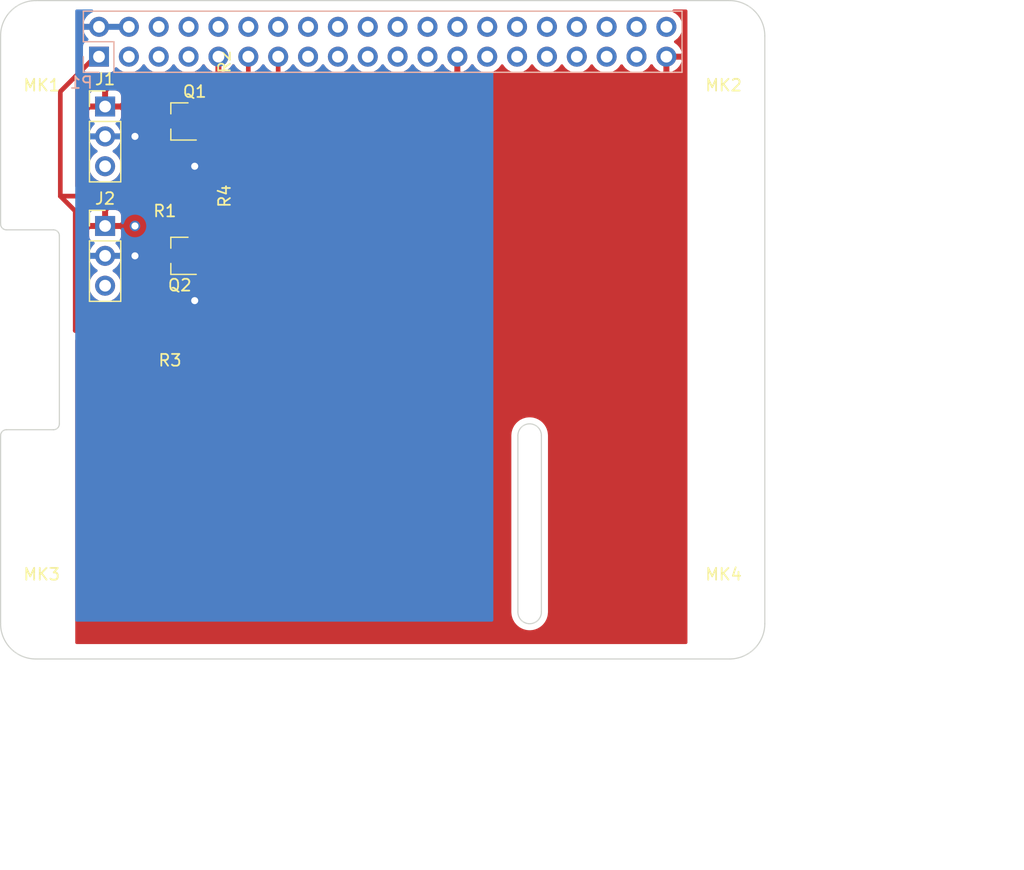
<source format=kicad_pcb>
(kicad_pcb (version 20171130) (host pcbnew 5.1.4+dfsg1-1)

  (general
    (thickness 1.6)
    (drawings 39)
    (tracks 45)
    (zones 0)
    (modules 13)
    (nets 34)
  )

  (page A3)
  (title_block
    (date "15 nov 2012")
  )

  (layers
    (0 F.Cu signal)
    (31 B.Cu signal)
    (32 B.Adhes user)
    (33 F.Adhes user)
    (34 B.Paste user)
    (35 F.Paste user)
    (36 B.SilkS user)
    (37 F.SilkS user)
    (38 B.Mask user)
    (39 F.Mask user)
    (40 Dwgs.User user)
    (41 Cmts.User user)
    (42 Eco1.User user)
    (43 Eco2.User user)
    (44 Edge.Cuts user)
    (45 Margin user)
    (46 B.CrtYd user)
    (47 F.CrtYd user)
  )

  (setup
    (last_trace_width 0.2)
    (trace_clearance 0.2)
    (zone_clearance 0.508)
    (zone_45_only no)
    (trace_min 0.127)
    (via_size 0.9)
    (via_drill 0.6)
    (via_min_size 0.8)
    (via_min_drill 0.5)
    (uvia_size 0.5)
    (uvia_drill 0.1)
    (uvias_allowed no)
    (uvia_min_size 0.5)
    (uvia_min_drill 0.1)
    (edge_width 0.1)
    (segment_width 0.1)
    (pcb_text_width 0.3)
    (pcb_text_size 1 1)
    (mod_edge_width 0.15)
    (mod_text_size 1 1)
    (mod_text_width 0.15)
    (pad_size 1.7 1.7)
    (pad_drill 1)
    (pad_to_mask_clearance 0)
    (aux_axis_origin 200 150)
    (grid_origin 200 150)
    (visible_elements 7FFFFFFF)
    (pcbplotparams
      (layerselection 0x00030_80000001)
      (usegerberextensions true)
      (usegerberattributes false)
      (usegerberadvancedattributes false)
      (creategerberjobfile false)
      (excludeedgelayer true)
      (linewidth 0.150000)
      (plotframeref false)
      (viasonmask false)
      (mode 1)
      (useauxorigin false)
      (hpglpennumber 1)
      (hpglpenspeed 20)
      (hpglpendiameter 15.000000)
      (psnegative false)
      (psa4output false)
      (plotreference true)
      (plotvalue true)
      (plotinvisibletext false)
      (padsonsilk false)
      (subtractmaskfromsilk false)
      (outputformat 1)
      (mirror false)
      (drillshape 1)
      (scaleselection 1)
      (outputdirectory ""))
  )

  (net 0 "")
  (net 1 +3V3)
  (net 2 +5V)
  (net 3 GND)
  (net 4 /ID_SD)
  (net 5 /ID_SC)
  (net 6 /GPIO5)
  (net 7 /GPIO6)
  (net 8 /GPIO26)
  (net 9 "/GPIO4(GCLK)")
  (net 10 "/GPIO14(TXD0)")
  (net 11 "/GPIO15(RXD0)")
  (net 12 "/GPIO23(GEN4)")
  (net 13 "/GPIO24(GEN5)")
  (net 14 "/GPIO18(GEN1)(PWM0)")
  (net 15 "/GPIO10(SPI0_MOSI)")
  (net 16 "/GPIO9(SPI0_MISO)")
  (net 17 "/GPIO8(SPI0_CE_N)")
  (net 18 "/GPIO7(SPI1_CE_N)")
  (net 19 "/GPIO12(PWM0)")
  (net 20 "/GPIO19(SPI1_MISO)")
  (net 21 /GPIO16)
  (net 22 "/GPIO20(SPI1_MOSI)")
  (net 23 "/GPIO21(SPI1_SCK)")
  (net 24 GPIO_22)
  (net 25 GPIO_25)
  (net 26 GPIO_2)
  (net 27 GPIO_3)
  (net 28 GPIO_11)
  (net 29 GPIO_13)
  (net 30 GPIO_27)
  (net 31 GPIO_17)
  (net 32 "Net-(J1-Pad3)")
  (net 33 "Net-(J2-Pad3)")

  (net_class Default "This is the default net class."
    (clearance 0.2)
    (trace_width 0.2)
    (via_dia 0.9)
    (via_drill 0.6)
    (uvia_dia 0.5)
    (uvia_drill 0.1)
    (add_net +3V3)
    (add_net +5V)
    (add_net "/GPIO10(SPI0_MOSI)")
    (add_net "/GPIO12(PWM0)")
    (add_net "/GPIO14(TXD0)")
    (add_net "/GPIO15(RXD0)")
    (add_net /GPIO16)
    (add_net "/GPIO18(GEN1)(PWM0)")
    (add_net "/GPIO19(SPI1_MISO)")
    (add_net "/GPIO20(SPI1_MOSI)")
    (add_net "/GPIO21(SPI1_SCK)")
    (add_net "/GPIO23(GEN4)")
    (add_net "/GPIO24(GEN5)")
    (add_net /GPIO26)
    (add_net "/GPIO4(GCLK)")
    (add_net /GPIO5)
    (add_net /GPIO6)
    (add_net "/GPIO7(SPI1_CE_N)")
    (add_net "/GPIO8(SPI0_CE_N)")
    (add_net "/GPIO9(SPI0_MISO)")
    (add_net /ID_SC)
    (add_net /ID_SD)
    (add_net GND)
    (add_net GPIO_11)
    (add_net GPIO_13)
    (add_net GPIO_17)
    (add_net GPIO_2)
    (add_net GPIO_22)
    (add_net GPIO_25)
    (add_net GPIO_27)
    (add_net GPIO_3)
    (add_net "Net-(J1-Pad3)")
    (add_net "Net-(J2-Pad3)")
  )

  (net_class Power ""
    (clearance 0.2)
    (trace_width 0.5)
    (via_dia 1)
    (via_drill 0.7)
    (uvia_dia 0.5)
    (uvia_drill 0.1)
  )

  (module Package_TO_SOT_SMD:SOT-23 (layer F.Cu) (tedit 5A02FF57) (tstamp 5E4A7BD1)
    (at 215.24 104.28 180)
    (descr "SOT-23, Standard")
    (tags SOT-23)
    (path /5E4B0663)
    (attr smd)
    (fp_text reference Q1 (at -1.27 2.54) (layer F.SilkS)
      (effects (font (size 1 1) (thickness 0.15)))
    )
    (fp_text value BSS138 (at 0 2.5) (layer F.Fab)
      (effects (font (size 1 1) (thickness 0.15)))
    )
    (fp_line (start 0.76 1.58) (end -0.7 1.58) (layer F.SilkS) (width 0.12))
    (fp_line (start 0.76 -1.58) (end -1.4 -1.58) (layer F.SilkS) (width 0.12))
    (fp_line (start -1.7 1.75) (end -1.7 -1.75) (layer F.CrtYd) (width 0.05))
    (fp_line (start 1.7 1.75) (end -1.7 1.75) (layer F.CrtYd) (width 0.05))
    (fp_line (start 1.7 -1.75) (end 1.7 1.75) (layer F.CrtYd) (width 0.05))
    (fp_line (start -1.7 -1.75) (end 1.7 -1.75) (layer F.CrtYd) (width 0.05))
    (fp_line (start 0.76 -1.58) (end 0.76 -0.65) (layer F.SilkS) (width 0.12))
    (fp_line (start 0.76 1.58) (end 0.76 0.65) (layer F.SilkS) (width 0.12))
    (fp_line (start -0.7 1.52) (end 0.7 1.52) (layer F.Fab) (width 0.1))
    (fp_line (start 0.7 -1.52) (end 0.7 1.52) (layer F.Fab) (width 0.1))
    (fp_line (start -0.7 -0.95) (end -0.15 -1.52) (layer F.Fab) (width 0.1))
    (fp_line (start -0.15 -1.52) (end 0.7 -1.52) (layer F.Fab) (width 0.1))
    (fp_line (start -0.7 -0.95) (end -0.7 1.5) (layer F.Fab) (width 0.1))
    (fp_text user %R (at 0 0 90) (layer F.Fab)
      (effects (font (size 0.5 0.5) (thickness 0.075)))
    )
    (pad 3 smd rect (at 1 0 180) (size 0.9 0.8) (layers F.Cu F.Paste F.Mask)
      (net 32 "Net-(J1-Pad3)"))
    (pad 2 smd rect (at -1 0.95 180) (size 0.9 0.8) (layers F.Cu F.Paste F.Mask)
      (net 31 GPIO_17))
    (pad 1 smd rect (at -1 -0.95 180) (size 0.9 0.8) (layers F.Cu F.Paste F.Mask)
      (net 1 +3V3))
    (model ${KISYS3DMOD}/Package_TO_SOT_SMD.3dshapes/SOT-23.wrl
      (at (xyz 0 0 0))
      (scale (xyz 1 1 1))
      (rotate (xyz 0 0 0))
    )
  )

  (module trailTracer:Yageo_R0805 (layer F.Cu) (tedit 5E49E2FC) (tstamp 5E4A7BF2)
    (at 219.05 103.01 270)
    (path /5E4D618F)
    (fp_text reference R2 (at -3.81 0 90) (layer F.SilkS)
      (effects (font (size 1 1) (thickness 0.15)))
    )
    (fp_text value 10K (at 0 -2.54 90) (layer F.Fab)
      (effects (font (size 1 1) (thickness 0.15)))
    )
    (pad 1 smd rect (at 0 0 270) (size 0.9 1.2) (layers F.Cu F.Paste F.Mask)
      (net 31 GPIO_17))
    (pad 2 smd rect (at 2.1 0 270) (size 0.9 1.2) (layers F.Cu F.Paste F.Mask)
      (net 1 +3V3))
  )

  (module Connector_PinSocket_2.54mm:PinSocket_2x20_P2.54mm_Vertical (layer B.Cu) (tedit 5A19A433) (tstamp 5A793E9F)
    (at 208.37 98.77 270)
    (descr "Through hole straight socket strip, 2x20, 2.54mm pitch, double cols (from Kicad 4.0.7), script generated")
    (tags "Through hole socket strip THT 2x20 2.54mm double row")
    (path /59AD464A)
    (fp_text reference P1 (at 2.208 1.512) (layer B.SilkS)
      (effects (font (size 1 1) (thickness 0.15)) (justify mirror))
    )
    (fp_text value Conn_02x20_Odd_Even (at -1.27 -51.03 270) (layer B.Fab)
      (effects (font (size 1 1) (thickness 0.15)) (justify mirror))
    )
    (fp_line (start -3.81 1.27) (end 0.27 1.27) (layer B.Fab) (width 0.1))
    (fp_line (start 0.27 1.27) (end 1.27 0.27) (layer B.Fab) (width 0.1))
    (fp_line (start 1.27 0.27) (end 1.27 -49.53) (layer B.Fab) (width 0.1))
    (fp_line (start 1.27 -49.53) (end -3.81 -49.53) (layer B.Fab) (width 0.1))
    (fp_line (start -3.81 -49.53) (end -3.81 1.27) (layer B.Fab) (width 0.1))
    (fp_line (start -3.87 1.33) (end -1.27 1.33) (layer B.SilkS) (width 0.12))
    (fp_line (start -3.87 1.33) (end -3.87 -49.59) (layer B.SilkS) (width 0.12))
    (fp_line (start -3.87 -49.59) (end 1.33 -49.59) (layer B.SilkS) (width 0.12))
    (fp_line (start 1.33 -1.27) (end 1.33 -49.59) (layer B.SilkS) (width 0.12))
    (fp_line (start -1.27 -1.27) (end 1.33 -1.27) (layer B.SilkS) (width 0.12))
    (fp_line (start -1.27 1.33) (end -1.27 -1.27) (layer B.SilkS) (width 0.12))
    (fp_line (start 1.33 1.33) (end 1.33 0) (layer B.SilkS) (width 0.12))
    (fp_line (start 0 1.33) (end 1.33 1.33) (layer B.SilkS) (width 0.12))
    (fp_line (start -4.34 1.8) (end 1.76 1.8) (layer B.CrtYd) (width 0.05))
    (fp_line (start 1.76 1.8) (end 1.76 -50) (layer B.CrtYd) (width 0.05))
    (fp_line (start 1.76 -50) (end -4.34 -50) (layer B.CrtYd) (width 0.05))
    (fp_line (start -4.34 -50) (end -4.34 1.8) (layer B.CrtYd) (width 0.05))
    (fp_text user %R (at -1.27 -24.13 180) (layer B.Fab)
      (effects (font (size 1 1) (thickness 0.15)) (justify mirror))
    )
    (pad 1 thru_hole rect (at 0 0 270) (size 1.7 1.7) (drill 1) (layers *.Cu *.Mask)
      (net 1 +3V3))
    (pad 2 thru_hole oval (at -2.54 0 270) (size 1.7 1.7) (drill 1) (layers *.Cu *.Mask)
      (net 2 +5V))
    (pad 3 thru_hole oval (at 0 -2.54 270) (size 1.7 1.7) (drill 1) (layers *.Cu *.Mask)
      (net 26 GPIO_2))
    (pad 4 thru_hole oval (at -2.54 -2.54 270) (size 1.7 1.7) (drill 1) (layers *.Cu *.Mask)
      (net 2 +5V))
    (pad 5 thru_hole oval (at 0 -5.08 270) (size 1.7 1.7) (drill 1) (layers *.Cu *.Mask)
      (net 27 GPIO_3))
    (pad 6 thru_hole oval (at -2.54 -5.08 270) (size 1.7 1.7) (drill 1) (layers *.Cu *.Mask)
      (net 3 GND))
    (pad 7 thru_hole oval (at 0 -7.62 270) (size 1.7 1.7) (drill 1) (layers *.Cu *.Mask)
      (net 9 "/GPIO4(GCLK)"))
    (pad 8 thru_hole oval (at -2.54 -7.62 270) (size 1.7 1.7) (drill 1) (layers *.Cu *.Mask)
      (net 10 "/GPIO14(TXD0)"))
    (pad 9 thru_hole oval (at 0 -10.16 270) (size 1.7 1.7) (drill 1) (layers *.Cu *.Mask)
      (net 3 GND))
    (pad 10 thru_hole oval (at -2.54 -10.16 270) (size 1.7 1.7) (drill 1) (layers *.Cu *.Mask)
      (net 11 "/GPIO15(RXD0)"))
    (pad 11 thru_hole oval (at 0 -12.7 270) (size 1.7 1.7) (drill 1) (layers *.Cu *.Mask)
      (net 31 GPIO_17))
    (pad 12 thru_hole oval (at -2.54 -12.7 270) (size 1.7 1.7) (drill 1) (layers *.Cu *.Mask)
      (net 14 "/GPIO18(GEN1)(PWM0)"))
    (pad 13 thru_hole oval (at 0 -15.24 270) (size 1.7 1.7) (drill 1) (layers *.Cu *.Mask)
      (net 30 GPIO_27))
    (pad 14 thru_hole oval (at -2.54 -15.24 270) (size 1.7 1.7) (drill 1) (layers *.Cu *.Mask)
      (net 3 GND))
    (pad 15 thru_hole oval (at 0 -17.78 270) (size 1.7 1.7) (drill 1) (layers *.Cu *.Mask)
      (net 24 GPIO_22))
    (pad 16 thru_hole oval (at -2.54 -17.78 270) (size 1.7 1.7) (drill 1) (layers *.Cu *.Mask)
      (net 12 "/GPIO23(GEN4)"))
    (pad 17 thru_hole oval (at 0 -20.32 270) (size 1.7 1.7) (drill 1) (layers *.Cu *.Mask)
      (net 1 +3V3))
    (pad 18 thru_hole oval (at -2.54 -20.32 270) (size 1.7 1.7) (drill 1) (layers *.Cu *.Mask)
      (net 13 "/GPIO24(GEN5)"))
    (pad 19 thru_hole oval (at 0 -22.86 270) (size 1.7 1.7) (drill 1) (layers *.Cu *.Mask)
      (net 15 "/GPIO10(SPI0_MOSI)"))
    (pad 20 thru_hole oval (at -2.54 -22.86 270) (size 1.7 1.7) (drill 1) (layers *.Cu *.Mask)
      (net 3 GND))
    (pad 21 thru_hole oval (at 0 -25.4 270) (size 1.7 1.7) (drill 1) (layers *.Cu *.Mask)
      (net 16 "/GPIO9(SPI0_MISO)"))
    (pad 22 thru_hole oval (at -2.54 -25.4 270) (size 1.7 1.7) (drill 1) (layers *.Cu *.Mask)
      (net 25 GPIO_25))
    (pad 23 thru_hole oval (at 0 -27.94 270) (size 1.7 1.7) (drill 1) (layers *.Cu *.Mask)
      (net 28 GPIO_11))
    (pad 24 thru_hole oval (at -2.54 -27.94 270) (size 1.7 1.7) (drill 1) (layers *.Cu *.Mask)
      (net 17 "/GPIO8(SPI0_CE_N)"))
    (pad 25 thru_hole oval (at 0 -30.48 270) (size 1.7 1.7) (drill 1) (layers *.Cu *.Mask)
      (net 3 GND))
    (pad 26 thru_hole oval (at -2.54 -30.48 270) (size 1.7 1.7) (drill 1) (layers *.Cu *.Mask)
      (net 18 "/GPIO7(SPI1_CE_N)"))
    (pad 27 thru_hole oval (at 0 -33.02 270) (size 1.7 1.7) (drill 1) (layers *.Cu *.Mask)
      (net 4 /ID_SD))
    (pad 28 thru_hole oval (at -2.54 -33.02 270) (size 1.7 1.7) (drill 1) (layers *.Cu *.Mask)
      (net 5 /ID_SC))
    (pad 29 thru_hole oval (at 0 -35.56 270) (size 1.7 1.7) (drill 1) (layers *.Cu *.Mask)
      (net 6 /GPIO5))
    (pad 30 thru_hole oval (at -2.54 -35.56 270) (size 1.7 1.7) (drill 1) (layers *.Cu *.Mask)
      (net 3 GND))
    (pad 31 thru_hole oval (at 0 -38.1 270) (size 1.7 1.7) (drill 1) (layers *.Cu *.Mask)
      (net 7 /GPIO6))
    (pad 32 thru_hole oval (at -2.54 -38.1 270) (size 1.7 1.7) (drill 1) (layers *.Cu *.Mask)
      (net 19 "/GPIO12(PWM0)"))
    (pad 33 thru_hole oval (at 0 -40.64 270) (size 1.7 1.7) (drill 1) (layers *.Cu *.Mask)
      (net 29 GPIO_13))
    (pad 34 thru_hole oval (at -2.54 -40.64 270) (size 1.7 1.7) (drill 1) (layers *.Cu *.Mask)
      (net 3 GND))
    (pad 35 thru_hole oval (at 0 -43.18 270) (size 1.7 1.7) (drill 1) (layers *.Cu *.Mask)
      (net 20 "/GPIO19(SPI1_MISO)"))
    (pad 36 thru_hole oval (at -2.54 -43.18 270) (size 1.7 1.7) (drill 1) (layers *.Cu *.Mask)
      (net 21 /GPIO16))
    (pad 37 thru_hole oval (at 0 -45.72 270) (size 1.7 1.7) (drill 1) (layers *.Cu *.Mask)
      (net 8 /GPIO26))
    (pad 38 thru_hole oval (at -2.54 -45.72 270) (size 1.7 1.7) (drill 1) (layers *.Cu *.Mask)
      (net 22 "/GPIO20(SPI1_MOSI)"))
    (pad 39 thru_hole oval (at 0 -48.26 270) (size 1.7 1.7) (drill 1) (layers *.Cu *.Mask)
      (net 3 GND))
    (pad 40 thru_hole oval (at -2.54 -48.26 270) (size 1.7 1.7) (drill 1) (layers *.Cu *.Mask)
      (net 23 "/GPIO21(SPI1_SCK)"))
    (model ${KISYS3DMOD}/Connector_PinSocket_2.54mm.3dshapes/PinSocket_2x20_P2.54mm_Vertical.wrl
      (at (xyz 0 0 0))
      (scale (xyz 1 1 1))
      (rotate (xyz 0 0 0))
    )
  )

  (module trailTracer:Yageo_R0805 (layer F.Cu) (tedit 5E49E2FC) (tstamp 5E4A7BFE)
    (at 219.05 114.44 270)
    (path /5E50C3E3)
    (fp_text reference R4 (at -3.81 0 90) (layer F.SilkS)
      (effects (font (size 1 1) (thickness 0.15)))
    )
    (fp_text value 10K (at 0 -2.54 90) (layer F.Fab)
      (effects (font (size 1 1) (thickness 0.15)))
    )
    (pad 1 smd rect (at 0 0 270) (size 0.9 1.2) (layers F.Cu F.Paste F.Mask)
      (net 30 GPIO_27))
    (pad 2 smd rect (at 2.1 0 270) (size 0.9 1.2) (layers F.Cu F.Paste F.Mask)
      (net 1 +3V3))
  )

  (module trailTracer:Yageo_R0805 (layer F.Cu) (tedit 5E49E2FC) (tstamp 5E4A7BF8)
    (at 213.14 119.52)
    (path /5E50C3D3)
    (fp_text reference R3 (at 1.27 5.08) (layer F.SilkS)
      (effects (font (size 1 1) (thickness 0.15)))
    )
    (fp_text value 10K (at 0 -2.54) (layer F.Fab)
      (effects (font (size 1 1) (thickness 0.15)))
    )
    (pad 1 smd rect (at 0 0) (size 0.9 1.2) (layers F.Cu F.Paste F.Mask)
      (net 33 "Net-(J2-Pad3)"))
    (pad 2 smd rect (at 2.1 0) (size 0.9 1.2) (layers F.Cu F.Paste F.Mask)
      (net 2 +5V))
  )

  (module trailTracer:Yageo_R0805 (layer F.Cu) (tedit 5E49E2FC) (tstamp 5E4A7BEC)
    (at 213.14 108.09)
    (path /5E4CB2E0)
    (fp_text reference R1 (at 0.83 3.81) (layer F.SilkS)
      (effects (font (size 1 1) (thickness 0.15)))
    )
    (fp_text value 10K (at 0 -2.54) (layer F.Fab)
      (effects (font (size 1 1) (thickness 0.15)))
    )
    (pad 1 smd rect (at 0 0) (size 0.9 1.2) (layers F.Cu F.Paste F.Mask)
      (net 32 "Net-(J1-Pad3)"))
    (pad 2 smd rect (at 2.1 0) (size 0.9 1.2) (layers F.Cu F.Paste F.Mask)
      (net 2 +5V))
  )

  (module Package_TO_SOT_SMD:SOT-23 (layer F.Cu) (tedit 5A02FF57) (tstamp 5E4A7BE6)
    (at 215.24 115.71 180)
    (descr "SOT-23, Standard")
    (tags SOT-23)
    (path /5E50C3CC)
    (attr smd)
    (fp_text reference Q2 (at 0 -2.5) (layer F.SilkS)
      (effects (font (size 1 1) (thickness 0.15)))
    )
    (fp_text value BSS138 (at 0 2.5) (layer F.Fab)
      (effects (font (size 1 1) (thickness 0.15)))
    )
    (fp_line (start 0.76 1.58) (end -0.7 1.58) (layer F.SilkS) (width 0.12))
    (fp_line (start 0.76 -1.58) (end -1.4 -1.58) (layer F.SilkS) (width 0.12))
    (fp_line (start -1.7 1.75) (end -1.7 -1.75) (layer F.CrtYd) (width 0.05))
    (fp_line (start 1.7 1.75) (end -1.7 1.75) (layer F.CrtYd) (width 0.05))
    (fp_line (start 1.7 -1.75) (end 1.7 1.75) (layer F.CrtYd) (width 0.05))
    (fp_line (start -1.7 -1.75) (end 1.7 -1.75) (layer F.CrtYd) (width 0.05))
    (fp_line (start 0.76 -1.58) (end 0.76 -0.65) (layer F.SilkS) (width 0.12))
    (fp_line (start 0.76 1.58) (end 0.76 0.65) (layer F.SilkS) (width 0.12))
    (fp_line (start -0.7 1.52) (end 0.7 1.52) (layer F.Fab) (width 0.1))
    (fp_line (start 0.7 -1.52) (end 0.7 1.52) (layer F.Fab) (width 0.1))
    (fp_line (start -0.7 -0.95) (end -0.15 -1.52) (layer F.Fab) (width 0.1))
    (fp_line (start -0.15 -1.52) (end 0.7 -1.52) (layer F.Fab) (width 0.1))
    (fp_line (start -0.7 -0.95) (end -0.7 1.5) (layer F.Fab) (width 0.1))
    (fp_text user %R (at 0 0 90) (layer F.Fab)
      (effects (font (size 0.5 0.5) (thickness 0.075)))
    )
    (pad 3 smd rect (at 1 0 180) (size 0.9 0.8) (layers F.Cu F.Paste F.Mask)
      (net 33 "Net-(J2-Pad3)"))
    (pad 2 smd rect (at -1 0.95 180) (size 0.9 0.8) (layers F.Cu F.Paste F.Mask)
      (net 30 GPIO_27))
    (pad 1 smd rect (at -1 -0.95 180) (size 0.9 0.8) (layers F.Cu F.Paste F.Mask)
      (net 1 +3V3))
    (model ${KISYS3DMOD}/Package_TO_SOT_SMD.3dshapes/SOT-23.wrl
      (at (xyz 0 0 0))
      (scale (xyz 1 1 1))
      (rotate (xyz 0 0 0))
    )
  )

  (module MountingHole:MountingHole_2.7mm_M2.5 (layer F.Cu) (tedit 56D1B4CB) (tstamp 5A793E98)
    (at 261.5 146.5)
    (descr "Mounting Hole 2.7mm, no annular, M2.5")
    (tags "mounting hole 2.7mm no annular m2.5")
    (path /5834FC4F)
    (attr virtual)
    (fp_text reference MK4 (at 0 -3.7) (layer F.SilkS)
      (effects (font (size 1 1) (thickness 0.15)))
    )
    (fp_text value M2.5 (at 0 3.7) (layer F.Fab)
      (effects (font (size 1 1) (thickness 0.15)))
    )
    (fp_circle (center 0 0) (end 2.95 0) (layer F.CrtYd) (width 0.05))
    (fp_circle (center 0 0) (end 2.7 0) (layer Cmts.User) (width 0.15))
    (fp_text user %R (at 0.3 0) (layer F.Fab)
      (effects (font (size 1 1) (thickness 0.15)))
    )
    (pad 1 np_thru_hole circle (at 0 0) (size 2.7 2.7) (drill 2.7) (layers *.Cu *.Mask))
  )

  (module MountingHole:MountingHole_2.7mm_M2.5 (layer F.Cu) (tedit 56D1B4CB) (tstamp 5A793E91)
    (at 203.5 146.5)
    (descr "Mounting Hole 2.7mm, no annular, M2.5")
    (tags "mounting hole 2.7mm no annular m2.5")
    (path /5834FBEF)
    (attr virtual)
    (fp_text reference MK3 (at 0 -3.7) (layer F.SilkS)
      (effects (font (size 1 1) (thickness 0.15)))
    )
    (fp_text value M2.5 (at 0 3.7) (layer F.Fab)
      (effects (font (size 1 1) (thickness 0.15)))
    )
    (fp_text user %R (at 0.3 0) (layer F.Fab)
      (effects (font (size 1 1) (thickness 0.15)))
    )
    (fp_circle (center 0 0) (end 2.7 0) (layer Cmts.User) (width 0.15))
    (fp_circle (center 0 0) (end 2.95 0) (layer F.CrtYd) (width 0.05))
    (pad 1 np_thru_hole circle (at 0 0) (size 2.7 2.7) (drill 2.7) (layers *.Cu *.Mask))
  )

  (module MountingHole:MountingHole_2.7mm_M2.5 (layer F.Cu) (tedit 56D1B4CB) (tstamp 5A793E8A)
    (at 261.5 97.5 180)
    (descr "Mounting Hole 2.7mm, no annular, M2.5")
    (tags "mounting hole 2.7mm no annular m2.5")
    (path /5834FC19)
    (attr virtual)
    (fp_text reference MK2 (at 0 -3.7 180) (layer F.SilkS)
      (effects (font (size 1 1) (thickness 0.15)))
    )
    (fp_text value M2.5 (at 0 3.7 180) (layer F.Fab)
      (effects (font (size 1 1) (thickness 0.15)))
    )
    (fp_circle (center 0 0) (end 2.95 0) (layer F.CrtYd) (width 0.05))
    (fp_circle (center 0 0) (end 2.7 0) (layer Cmts.User) (width 0.15))
    (fp_text user %R (at 0.3 0 180) (layer F.Fab)
      (effects (font (size 1 1) (thickness 0.15)))
    )
    (pad 1 np_thru_hole circle (at 0 0 180) (size 2.7 2.7) (drill 2.7) (layers *.Cu *.Mask))
  )

  (module MountingHole:MountingHole_2.7mm_M2.5 (layer F.Cu) (tedit 56D1B4CB) (tstamp 5A793E83)
    (at 203.5 97.5 180)
    (descr "Mounting Hole 2.7mm, no annular, M2.5")
    (tags "mounting hole 2.7mm no annular m2.5")
    (path /5834FB2E)
    (attr virtual)
    (fp_text reference MK1 (at 0 -3.7 180) (layer F.SilkS)
      (effects (font (size 1 1) (thickness 0.15)))
    )
    (fp_text value M2.5 (at 0 3.7 180) (layer F.Fab)
      (effects (font (size 1 1) (thickness 0.15)))
    )
    (fp_text user %R (at 0.3 0 180) (layer F.Fab)
      (effects (font (size 1 1) (thickness 0.15)))
    )
    (fp_circle (center 0 0) (end 2.7 0) (layer Cmts.User) (width 0.15))
    (fp_circle (center 0 0) (end 2.95 0) (layer F.CrtYd) (width 0.05))
    (pad 1 np_thru_hole circle (at 0 0 180) (size 2.7 2.7) (drill 2.7) (layers *.Cu *.Mask))
  )

  (module Connector_PinHeader_2.54mm:PinHeader_1x03_P2.54mm_Vertical (layer F.Cu) (tedit 59FED5CC) (tstamp 5E4BBD00)
    (at 208.89 103.01)
    (descr "Through hole straight pin header, 1x03, 2.54mm pitch, single row")
    (tags "Through hole pin header THT 1x03 2.54mm single row")
    (path /5E51AE8D)
    (fp_text reference J1 (at 0 -2.33) (layer F.SilkS)
      (effects (font (size 1 1) (thickness 0.15)))
    )
    (fp_text value Conn_01x03 (at 0 7.41) (layer F.Fab)
      (effects (font (size 1 1) (thickness 0.15)))
    )
    (fp_line (start -0.635 -1.27) (end 1.27 -1.27) (layer F.Fab) (width 0.1))
    (fp_line (start 1.27 -1.27) (end 1.27 6.35) (layer F.Fab) (width 0.1))
    (fp_line (start 1.27 6.35) (end -1.27 6.35) (layer F.Fab) (width 0.1))
    (fp_line (start -1.27 6.35) (end -1.27 -0.635) (layer F.Fab) (width 0.1))
    (fp_line (start -1.27 -0.635) (end -0.635 -1.27) (layer F.Fab) (width 0.1))
    (fp_line (start -1.33 6.41) (end 1.33 6.41) (layer F.SilkS) (width 0.12))
    (fp_line (start -1.33 1.27) (end -1.33 6.41) (layer F.SilkS) (width 0.12))
    (fp_line (start 1.33 1.27) (end 1.33 6.41) (layer F.SilkS) (width 0.12))
    (fp_line (start -1.33 1.27) (end 1.33 1.27) (layer F.SilkS) (width 0.12))
    (fp_line (start -1.33 0) (end -1.33 -1.33) (layer F.SilkS) (width 0.12))
    (fp_line (start -1.33 -1.33) (end 0 -1.33) (layer F.SilkS) (width 0.12))
    (fp_line (start -1.8 -1.8) (end -1.8 6.85) (layer F.CrtYd) (width 0.05))
    (fp_line (start -1.8 6.85) (end 1.8 6.85) (layer F.CrtYd) (width 0.05))
    (fp_line (start 1.8 6.85) (end 1.8 -1.8) (layer F.CrtYd) (width 0.05))
    (fp_line (start 1.8 -1.8) (end -1.8 -1.8) (layer F.CrtYd) (width 0.05))
    (fp_text user %R (at 0 2.54 90) (layer F.Fab)
      (effects (font (size 1 1) (thickness 0.15)))
    )
    (pad 1 thru_hole rect (at 0 0) (size 1.7 1.7) (drill 1) (layers *.Cu *.Mask)
      (net 3 GND))
    (pad 2 thru_hole oval (at 0 2.54) (size 1.7 1.7) (drill 1) (layers *.Cu *.Mask)
      (net 2 +5V))
    (pad 3 thru_hole oval (at 0 5.08) (size 1.7 1.7) (drill 1) (layers *.Cu *.Mask)
      (net 32 "Net-(J1-Pad3)"))
    (model ${KISYS3DMOD}/Connector_PinHeader_2.54mm.3dshapes/PinHeader_1x03_P2.54mm_Vertical.wrl
      (at (xyz 0 0 0))
      (scale (xyz 1 1 1))
      (rotate (xyz 0 0 0))
    )
  )

  (module Connector_PinHeader_2.54mm:PinHeader_1x03_P2.54mm_Vertical (layer F.Cu) (tedit 59FED5CC) (tstamp 5E4BBD17)
    (at 208.89 113.17)
    (descr "Through hole straight pin header, 1x03, 2.54mm pitch, single row")
    (tags "Through hole pin header THT 1x03 2.54mm single row")
    (path /5E545433)
    (fp_text reference J2 (at 0 -2.33) (layer F.SilkS)
      (effects (font (size 1 1) (thickness 0.15)))
    )
    (fp_text value Conn_01x03 (at 0 7.41) (layer F.Fab)
      (effects (font (size 1 1) (thickness 0.15)))
    )
    (fp_text user %R (at 0 2.54 90) (layer F.Fab)
      (effects (font (size 1 1) (thickness 0.15)))
    )
    (fp_line (start 1.8 -1.8) (end -1.8 -1.8) (layer F.CrtYd) (width 0.05))
    (fp_line (start 1.8 6.85) (end 1.8 -1.8) (layer F.CrtYd) (width 0.05))
    (fp_line (start -1.8 6.85) (end 1.8 6.85) (layer F.CrtYd) (width 0.05))
    (fp_line (start -1.8 -1.8) (end -1.8 6.85) (layer F.CrtYd) (width 0.05))
    (fp_line (start -1.33 -1.33) (end 0 -1.33) (layer F.SilkS) (width 0.12))
    (fp_line (start -1.33 0) (end -1.33 -1.33) (layer F.SilkS) (width 0.12))
    (fp_line (start -1.33 1.27) (end 1.33 1.27) (layer F.SilkS) (width 0.12))
    (fp_line (start 1.33 1.27) (end 1.33 6.41) (layer F.SilkS) (width 0.12))
    (fp_line (start -1.33 1.27) (end -1.33 6.41) (layer F.SilkS) (width 0.12))
    (fp_line (start -1.33 6.41) (end 1.33 6.41) (layer F.SilkS) (width 0.12))
    (fp_line (start -1.27 -0.635) (end -0.635 -1.27) (layer F.Fab) (width 0.1))
    (fp_line (start -1.27 6.35) (end -1.27 -0.635) (layer F.Fab) (width 0.1))
    (fp_line (start 1.27 6.35) (end -1.27 6.35) (layer F.Fab) (width 0.1))
    (fp_line (start 1.27 -1.27) (end 1.27 6.35) (layer F.Fab) (width 0.1))
    (fp_line (start -0.635 -1.27) (end 1.27 -1.27) (layer F.Fab) (width 0.1))
    (pad 3 thru_hole oval (at 0 5.08) (size 1.7 1.7) (drill 1) (layers *.Cu *.Mask)
      (net 33 "Net-(J2-Pad3)"))
    (pad 2 thru_hole oval (at 0 2.54) (size 1.7 1.7) (drill 1) (layers *.Cu *.Mask)
      (net 2 +5V))
    (pad 1 thru_hole rect (at 0 0) (size 1.7 1.7) (drill 1) (layers *.Cu *.Mask)
      (net 3 GND))
    (model ${KISYS3DMOD}/Connector_PinHeader_2.54mm.3dshapes/PinHeader_1x03_P2.54mm_Vertical.wrl
      (at (xyz 0 0 0))
      (scale (xyz 1 1 1))
      (rotate (xyz 0 0 0))
    )
  )

  (gr_line (start 244 146) (end 244 131) (layer Edge.Cuts) (width 0.1))
  (gr_line (start 246 131) (end 246 146) (layer Edge.Cuts) (width 0.1))
  (gr_arc (start 245 131) (end 244 131) (angle 180) (layer Edge.Cuts) (width 0.1))
  (gr_arc (start 245 146) (end 246 146) (angle 180) (layer Edge.Cuts) (width 0.1))
  (gr_arc (start 200.5 131) (end 200 131) (angle 89.9) (layer Edge.Cuts) (width 0.1))
  (gr_arc (start 204.5 130) (end 205 130) (angle 90) (layer Edge.Cuts) (width 0.1))
  (gr_arc (start 200.5 113) (end 200.5 113.5) (angle 90) (layer Edge.Cuts) (width 0.1))
  (gr_arc (start 204.5 114) (end 204.5 113.5) (angle 90) (layer Edge.Cuts) (width 0.1))
  (gr_line (start 200 113) (end 200 131) (layer Dwgs.User) (width 0.1))
  (gr_line (start 200 97) (end 200 113) (layer Edge.Cuts) (width 0.1))
  (gr_text DISPLAY (at 202.5 122 90) (layer Dwgs.User) (tstamp 580CBBFF)
    (effects (font (size 1 1) (thickness 0.15)))
  )
  (gr_text CAMERA (at 245 139 90) (layer Dwgs.User)
    (effects (font (size 1 1) (thickness 0.15)))
  )
  (gr_text RJ45 (at 276.2 139.84) (layer Dwgs.User) (tstamp 580CBBEB)
    (effects (font (size 2 2) (thickness 0.15)))
  )
  (gr_text USB (at 277.724 121.552) (layer Dwgs.User) (tstamp 580CBBE9)
    (effects (font (size 2 2) (thickness 0.15)))
  )
  (gr_text USB (at 278.232 102.248) (layer Dwgs.User)
    (effects (font (size 2 2) (thickness 0.15)))
  )
  (gr_arc (start 262 97) (end 262 94) (angle 90) (layer Edge.Cuts) (width 0.1))
  (gr_arc (start 262 147) (end 265 147) (angle 90) (layer Edge.Cuts) (width 0.1))
  (gr_arc (start 203 147) (end 203 150) (angle 90) (layer Edge.Cuts) (width 0.1))
  (gr_arc (start 203 97) (end 200 97) (angle 90) (layer Edge.Cuts) (width 0.1))
  (gr_line (start 269.9 114.45) (end 287 114.45) (layer Dwgs.User) (width 0.1))
  (gr_line (start 262 94) (end 203 94) (layer Edge.Cuts) (width 0.1))
  (gr_line (start 269.9 127.55) (end 269.9 114.45) (layer Dwgs.User) (width 0.1))
  (gr_line (start 287 127.55) (end 269.9 127.55) (layer Dwgs.User) (width 0.1))
  (gr_line (start 287 114.45) (end 287 127.55) (layer Dwgs.User) (width 0.1))
  (gr_line (start 204.5 130.5) (end 200.5 130.5) (layer Edge.Cuts) (width 0.1))
  (gr_line (start 205 114) (end 205 130) (layer Edge.Cuts) (width 0.1))
  (gr_line (start 200.5 113.5) (end 204.5 113.5) (layer Edge.Cuts) (width 0.1))
  (gr_line (start 266 147.675) (end 266 131.825) (layer Dwgs.User) (width 0.1))
  (gr_line (start 287 147.675) (end 266 147.675) (layer Dwgs.User) (width 0.1))
  (gr_line (start 287 131.825) (end 287 147.675) (layer Dwgs.User) (width 0.1))
  (gr_line (start 266 131.825) (end 287 131.825) (layer Dwgs.User) (width 0.1))
  (gr_line (start 265 147) (end 265 97) (layer Edge.Cuts) (width 0.1))
  (gr_line (start 203 150) (end 262 150) (layer Edge.Cuts) (width 0.1))
  (gr_line (start 200 131) (end 200 147) (layer Edge.Cuts) (width 0.1))
  (gr_line (start 269.9 109.455925) (end 269.9 96.355925) (layer Dwgs.User) (width 0.1))
  (gr_line (start 287 109.455925) (end 269.9 109.455925) (layer Dwgs.User) (width 0.1))
  (gr_line (start 287 96.355925) (end 287 109.455925) (layer Dwgs.User) (width 0.1))
  (gr_line (start 269.9 96.355925) (end 287 96.355925) (layer Dwgs.User) (width 0.1))
  (gr_text "RASPBERRY-PI 40-PIN ADDON BOARD\nVIEW FROM TOP\nNOTE: P1 SHOULD BE FITTED ON THE REVERSE OF THE BOARD\n\nADD EDGE CUTS FROM CAMERA AND DISPLAY PORTS AS REQUIRED" (at 200 160.16) (layer Dwgs.User)
    (effects (font (size 2 1.7) (thickness 0.12)) (justify left))
  )

  (via (at 211.43 115.71) (size 0.9) (drill 0.6) (layers F.Cu B.Cu) (net 2))
  (via (at 211.43 113.17) (size 0.9) (drill 0.6) (layers F.Cu B.Cu) (net 3))
  (via (at 211.43 105.55) (size 0.9) (drill 0.6) (layers F.Cu B.Cu) (net 2))
  (segment (start 217.420002 105.11) (end 219.05 105.11) (width 0.4) (layer F.Cu) (net 1))
  (segment (start 216.24 105.23) (end 217.300002 105.23) (width 0.4) (layer F.Cu) (net 1))
  (segment (start 217.300002 105.23) (end 217.420002 105.11) (width 0.2) (layer F.Cu) (net 1))
  (segment (start 219.05 105.11) (end 219.05 108.09) (width 0.4) (layer F.Cu) (net 1))
  (segment (start 219.05 119.52) (end 219.05 116.54) (width 0.4) (layer F.Cu) (net 1))
  (segment (start 218.93 116.66) (end 219.05 116.54) (width 0.2) (layer F.Cu) (net 1))
  (segment (start 216.24 116.66) (end 218.93 116.66) (width 0.4) (layer F.Cu) (net 1))
  (segment (start 212.7 122.06) (end 217.78 122.06) (width 0.4) (layer F.Cu) (net 1))
  (segment (start 217.78 122.06) (end 219.05 120.79) (width 0.4) (layer F.Cu) (net 1))
  (segment (start 219.05 120.79) (end 219.05 119.52) (width 0.4) (layer F.Cu) (net 1))
  (segment (start 211.43 110.63) (end 216.51 110.63) (width 0.4) (layer F.Cu) (net 1))
  (segment (start 216.51 110.63) (end 219.05 108.09) (width 0.4) (layer F.Cu) (net 1))
  (segment (start 211.43 110.63) (end 205.08 110.63) (width 0.4) (layer F.Cu) (net 1))
  (segment (start 205.08 110.63) (end 205.08 101.74) (width 0.4) (layer F.Cu) (net 1))
  (segment (start 205.08 101.74) (end 206.35 100.47) (width 0.4) (layer F.Cu) (net 1))
  (segment (start 206.35 100.47) (end 207.62 99.2) (width 0.4) (layer F.Cu) (net 1))
  (segment (start 212.7 122.06) (end 206.35 122.06) (width 0.4) (layer F.Cu) (net 1))
  (segment (start 206.35 122.06) (end 206.35 111.9) (width 0.4) (layer F.Cu) (net 1))
  (segment (start 206.35 111.9) (end 205.08 110.63) (width 0.4) (layer F.Cu) (net 1))
  (via (at 216.51 119.52) (size 0.9) (drill 0.6) (layers F.Cu B.Cu) (net 2))
  (via (at 216.51 108.09) (size 0.9) (drill 0.6) (layers F.Cu B.Cu) (net 2))
  (segment (start 215.24 108.09) (end 216.51 108.09) (width 0.4) (layer F.Cu) (net 2))
  (segment (start 216.51 119.52) (end 215.24 119.52) (width 0.4) (layer F.Cu) (net 2))
  (segment (start 213.14 105.98) (end 213.14 108.09) (width 0.4) (layer F.Cu) (net 32))
  (segment (start 214.24 104.28) (end 214.24 104.88) (width 0.4) (layer F.Cu) (net 32))
  (segment (start 214.24 104.88) (end 213.14 105.98) (width 0.4) (layer F.Cu) (net 32))
  (segment (start 213.14 119.52) (end 213.14 117.42) (width 0.4) (layer F.Cu) (net 33))
  (segment (start 214.24 116.32) (end 214.24 115.71) (width 0.4) (layer F.Cu) (net 33))
  (segment (start 213.14 117.42) (end 214.24 116.32) (width 0.4) (layer F.Cu) (net 33))
  (segment (start 214.24 115.71) (end 214.19 115.71) (width 0.2) (layer F.Cu) (net 33))
  (segment (start 214.19 115.71) (end 213.97 115.71) (width 0.2) (layer F.Cu) (net 33))
  (segment (start 216.56 103.01) (end 216.24 103.33) (width 0.4) (layer F.Cu) (net 31))
  (segment (start 219.05 103.01) (end 216.56 103.01) (width 0.4) (layer F.Cu) (net 31))
  (segment (start 218.73 114.76) (end 219.05 114.44) (width 0.2) (layer F.Cu) (net 30))
  (segment (start 216.24 114.76) (end 218.73 114.76) (width 0.4) (layer F.Cu) (net 30))
  (segment (start 219.05 113.17) (end 221.59 110.63) (width 0.4) (layer F.Cu) (net 30))
  (segment (start 219.05 114.44) (end 219.05 113.17) (width 0.4) (layer F.Cu) (net 30))
  (segment (start 221.59 110.63) (end 221.59 103.01) (width 0.4) (layer F.Cu) (net 30))
  (segment (start 223.61 100.99) (end 223.61 98.77) (width 0.4) (layer F.Cu) (net 30))
  (segment (start 221.59 103.01) (end 223.61 100.99) (width 0.4) (layer F.Cu) (net 30))
  (segment (start 221.07 100.99) (end 221.07 98.77) (width 0.4) (layer F.Cu) (net 31))
  (segment (start 219.05 103.01) (end 221.07 100.99) (width 0.4) (layer F.Cu) (net 31))

  (zone (net 3) (net_name GND) (layer F.Cu) (tstamp 0) (hatch edge 0.508)
    (connect_pads (clearance 0.508))
    (min_thickness 0.254)
    (fill yes (arc_segments 32) (thermal_gap 0.508) (thermal_bridge_width 0.508))
    (polygon
      (pts
        (xy 258.42 148.73) (xy 206.35 148.73) (xy 206.35 94.755) (xy 258.42 94.755)
      )
    )
    (filled_polygon
      (pts
        (xy 258.293 148.603) (xy 206.477 148.603) (xy 206.477 146.033646) (xy 243.315 146.033646) (xy 243.318366 146.067821)
        (xy 243.318366 146.080806) (xy 243.319366 146.090318) (xy 243.341121 146.284268) (xy 243.354025 146.344976) (xy 243.366089 146.405901)
        (xy 243.368917 146.415038) (xy 243.42793 146.601068) (xy 243.452377 146.658105) (xy 243.476046 146.715531) (xy 243.480595 146.723944)
        (xy 243.574617 146.894969) (xy 243.609692 146.946194) (xy 243.64405 146.997906) (xy 243.650146 147.005276) (xy 243.775596 147.154782)
        (xy 243.819974 147.19824) (xy 243.863703 147.242275) (xy 243.871109 147.248315) (xy 243.871113 147.248319) (xy 243.871115 147.24832)
        (xy 244.023214 147.370611) (xy 244.075139 147.404589) (xy 244.126632 147.439322) (xy 244.135077 147.443812) (xy 244.308033 147.534232)
        (xy 244.36559 147.557487) (xy 244.422835 147.58155) (xy 244.431991 147.584315) (xy 244.619217 147.639418) (xy 244.680218 147.651054)
        (xy 244.741015 147.663534) (xy 244.750533 147.664468) (xy 244.944895 147.682157) (xy 245.006986 147.681723) (xy 245.069066 147.682156)
        (xy 245.078585 147.681223) (xy 245.272682 147.660822) (xy 245.333496 147.648339) (xy 245.394481 147.636705) (xy 245.403637 147.633941)
        (xy 245.590075 147.576229) (xy 245.647279 147.552182) (xy 245.704873 147.528913) (xy 245.713317 147.524423) (xy 245.884994 147.431598)
        (xy 245.936468 147.396878) (xy 245.988418 147.362883) (xy 245.995829 147.356839) (xy 246.146207 147.232435) (xy 246.189973 147.188362)
        (xy 246.234311 147.144943) (xy 246.240408 147.137574) (xy 246.363758 146.986332) (xy 246.398126 146.934603) (xy 246.433191 146.883392)
        (xy 246.437739 146.874981) (xy 246.43774 146.87498) (xy 246.437742 146.874976) (xy 246.529366 146.702657) (xy 246.553022 146.645261)
        (xy 246.577482 146.588193) (xy 246.58031 146.579056) (xy 246.636719 146.39222) (xy 246.64878 146.33131) (xy 246.661686 146.270591)
        (xy 246.662686 146.261079) (xy 246.681731 146.066845) (xy 246.681731 146.066837) (xy 246.685 146.033647) (xy 246.685 130.966353)
        (xy 246.681633 130.932169) (xy 246.681633 130.919193) (xy 246.680634 130.909681) (xy 246.658879 130.715732) (xy 246.645975 130.655024)
        (xy 246.633911 130.594099) (xy 246.631083 130.584962) (xy 246.57207 130.398932) (xy 246.547618 130.341882) (xy 246.523954 130.28447)
        (xy 246.519405 130.276056) (xy 246.425383 130.105031) (xy 246.39031 130.053809) (xy 246.355951 130.002094) (xy 246.349854 129.994724)
        (xy 246.224404 129.845218) (xy 246.180046 129.801779) (xy 246.136297 129.757724) (xy 246.128885 129.751679) (xy 245.976785 129.629389)
        (xy 245.924845 129.595401) (xy 245.873367 129.560678) (xy 245.864923 129.556187) (xy 245.691967 129.465768) (xy 245.63441 129.442513)
        (xy 245.577165 129.41845) (xy 245.568009 129.415685) (xy 245.380783 129.360582) (xy 245.319775 129.348945) (xy 245.258985 129.336466)
        (xy 245.249466 129.335532) (xy 245.055105 129.317843) (xy 244.992981 129.318277) (xy 244.930933 129.317844) (xy 244.921426 129.318776)
        (xy 244.921419 129.318776) (xy 244.921413 129.318777) (xy 244.727318 129.339178) (xy 244.666504 129.351661) (xy 244.605519 129.363295)
        (xy 244.596363 129.366059) (xy 244.409925 129.423771) (xy 244.352692 129.44783) (xy 244.295127 129.471087) (xy 244.286682 129.475577)
        (xy 244.115006 129.568402) (xy 244.063532 129.603122) (xy 244.011582 129.637117) (xy 244.00417 129.643162) (xy 243.853793 129.767565)
        (xy 243.810027 129.811638) (xy 243.765689 129.855057) (xy 243.759592 129.862426) (xy 243.636242 130.013668) (xy 243.601881 130.065386)
        (xy 243.566809 130.116607) (xy 243.56226 130.12502) (xy 243.470635 130.297343) (xy 243.446978 130.354739) (xy 243.422519 130.411807)
        (xy 243.41969 130.420943) (xy 243.363281 130.60778) (xy 243.351219 130.668698) (xy 243.338314 130.72941) (xy 243.337314 130.738922)
        (xy 243.318269 130.933155) (xy 243.318269 130.933173) (xy 243.315001 130.966353) (xy 243.315 146.033646) (xy 206.477 146.033646)
        (xy 206.477 122.895) (xy 217.738982 122.895) (xy 217.78 122.89904) (xy 217.821018 122.895) (xy 217.821019 122.895)
        (xy 217.943689 122.882918) (xy 218.101087 122.835172) (xy 218.246146 122.757636) (xy 218.373291 122.653291) (xy 218.399446 122.621421)
        (xy 219.611428 121.40944) (xy 219.643291 121.383291) (xy 219.747636 121.256146) (xy 219.825172 121.111087) (xy 219.872918 120.953689)
        (xy 219.885 120.831019) (xy 219.885 120.831017) (xy 219.88904 120.790001) (xy 219.885 120.748985) (xy 219.885 117.582287)
        (xy 219.89418 117.579502) (xy 220.004494 117.520537) (xy 220.101185 117.441185) (xy 220.180537 117.344494) (xy 220.239502 117.23418)
        (xy 220.275812 117.114482) (xy 220.288072 116.99) (xy 220.288072 116.09) (xy 220.275812 115.965518) (xy 220.239502 115.84582)
        (xy 220.180537 115.735506) (xy 220.101185 115.638815) (xy 220.004494 115.559463) (xy 219.89418 115.500498) (xy 219.859573 115.49)
        (xy 219.89418 115.479502) (xy 220.004494 115.420537) (xy 220.101185 115.341185) (xy 220.180537 115.244494) (xy 220.239502 115.13418)
        (xy 220.275812 115.014482) (xy 220.288072 114.89) (xy 220.288072 113.99) (xy 220.275812 113.865518) (xy 220.239502 113.74582)
        (xy 220.180537 113.635506) (xy 220.101185 113.538815) (xy 220.004494 113.459463) (xy 219.96338 113.437487) (xy 222.15143 111.249438)
        (xy 222.183291 111.223291) (xy 222.287636 111.096146) (xy 222.365172 110.951087) (xy 222.412918 110.793689) (xy 222.425 110.671019)
        (xy 222.425 110.671009) (xy 222.429039 110.630001) (xy 222.425 110.588993) (xy 222.425 103.355867) (xy 224.171428 101.60944)
        (xy 224.203291 101.583291) (xy 224.307636 101.456146) (xy 224.385172 101.311087) (xy 224.432918 101.153689) (xy 224.445 101.031019)
        (xy 224.445 101.031009) (xy 224.449039 100.990001) (xy 224.445 100.948993) (xy 224.445 100.005793) (xy 224.665134 99.825134)
        (xy 224.850706 99.599014) (xy 224.88 99.544209) (xy 224.909294 99.599014) (xy 225.094866 99.825134) (xy 225.320986 100.010706)
        (xy 225.578966 100.148599) (xy 225.858889 100.233513) (xy 226.07705 100.255) (xy 226.22295 100.255) (xy 226.441111 100.233513)
        (xy 226.721034 100.148599) (xy 226.979014 100.010706) (xy 227.205134 99.825134) (xy 227.390706 99.599014) (xy 227.42 99.544209)
        (xy 227.449294 99.599014) (xy 227.634866 99.825134) (xy 227.860986 100.010706) (xy 228.118966 100.148599) (xy 228.398889 100.233513)
        (xy 228.61705 100.255) (xy 228.76295 100.255) (xy 228.981111 100.233513) (xy 229.261034 100.148599) (xy 229.519014 100.010706)
        (xy 229.745134 99.825134) (xy 229.930706 99.599014) (xy 229.96 99.544209) (xy 229.989294 99.599014) (xy 230.174866 99.825134)
        (xy 230.400986 100.010706) (xy 230.658966 100.148599) (xy 230.938889 100.233513) (xy 231.15705 100.255) (xy 231.30295 100.255)
        (xy 231.521111 100.233513) (xy 231.801034 100.148599) (xy 232.059014 100.010706) (xy 232.285134 99.825134) (xy 232.470706 99.599014)
        (xy 232.5 99.544209) (xy 232.529294 99.599014) (xy 232.714866 99.825134) (xy 232.940986 100.010706) (xy 233.198966 100.148599)
        (xy 233.478889 100.233513) (xy 233.69705 100.255) (xy 233.84295 100.255) (xy 234.061111 100.233513) (xy 234.341034 100.148599)
        (xy 234.599014 100.010706) (xy 234.825134 99.825134) (xy 235.010706 99.599014) (xy 235.04 99.544209) (xy 235.069294 99.599014)
        (xy 235.254866 99.825134) (xy 235.480986 100.010706) (xy 235.738966 100.148599) (xy 236.018889 100.233513) (xy 236.23705 100.255)
        (xy 236.38295 100.255) (xy 236.601111 100.233513) (xy 236.881034 100.148599) (xy 237.139014 100.010706) (xy 237.365134 99.825134)
        (xy 237.550706 99.599014) (xy 237.585201 99.534477) (xy 237.654822 99.651355) (xy 237.849731 99.867588) (xy 238.08308 100.041641)
        (xy 238.345901 100.166825) (xy 238.49311 100.211476) (xy 238.723 100.090155) (xy 238.723 98.897) (xy 238.703 98.897)
        (xy 238.703 98.643) (xy 238.723 98.643) (xy 238.723 98.623) (xy 238.977 98.623) (xy 238.977 98.643)
        (xy 238.997 98.643) (xy 238.997 98.897) (xy 238.977 98.897) (xy 238.977 100.090155) (xy 239.20689 100.211476)
        (xy 239.354099 100.166825) (xy 239.61692 100.041641) (xy 239.850269 99.867588) (xy 240.045178 99.651355) (xy 240.114799 99.534477)
        (xy 240.149294 99.599014) (xy 240.334866 99.825134) (xy 240.560986 100.010706) (xy 240.818966 100.148599) (xy 241.098889 100.233513)
        (xy 241.31705 100.255) (xy 241.46295 100.255) (xy 241.681111 100.233513) (xy 241.961034 100.148599) (xy 242.219014 100.010706)
        (xy 242.445134 99.825134) (xy 242.630706 99.599014) (xy 242.66 99.544209) (xy 242.689294 99.599014) (xy 242.874866 99.825134)
        (xy 243.100986 100.010706) (xy 243.358966 100.148599) (xy 243.638889 100.233513) (xy 243.85705 100.255) (xy 244.00295 100.255)
        (xy 244.221111 100.233513) (xy 244.501034 100.148599) (xy 244.759014 100.010706) (xy 244.985134 99.825134) (xy 245.170706 99.599014)
        (xy 245.2 99.544209) (xy 245.229294 99.599014) (xy 245.414866 99.825134) (xy 245.640986 100.010706) (xy 245.898966 100.148599)
        (xy 246.178889 100.233513) (xy 246.39705 100.255) (xy 246.54295 100.255) (xy 246.761111 100.233513) (xy 247.041034 100.148599)
        (xy 247.299014 100.010706) (xy 247.525134 99.825134) (xy 247.710706 99.599014) (xy 247.74 99.544209) (xy 247.769294 99.599014)
        (xy 247.954866 99.825134) (xy 248.180986 100.010706) (xy 248.438966 100.148599) (xy 248.718889 100.233513) (xy 248.93705 100.255)
        (xy 249.08295 100.255) (xy 249.301111 100.233513) (xy 249.581034 100.148599) (xy 249.839014 100.010706) (xy 250.065134 99.825134)
        (xy 250.250706 99.599014) (xy 250.28 99.544209) (xy 250.309294 99.599014) (xy 250.494866 99.825134) (xy 250.720986 100.010706)
        (xy 250.978966 100.148599) (xy 251.258889 100.233513) (xy 251.47705 100.255) (xy 251.62295 100.255) (xy 251.841111 100.233513)
        (xy 252.121034 100.148599) (xy 252.379014 100.010706) (xy 252.605134 99.825134) (xy 252.790706 99.599014) (xy 252.82 99.544209)
        (xy 252.849294 99.599014) (xy 253.034866 99.825134) (xy 253.260986 100.010706) (xy 253.518966 100.148599) (xy 253.798889 100.233513)
        (xy 254.01705 100.255) (xy 254.16295 100.255) (xy 254.381111 100.233513) (xy 254.661034 100.148599) (xy 254.919014 100.010706)
        (xy 255.145134 99.825134) (xy 255.330706 99.599014) (xy 255.365201 99.534477) (xy 255.434822 99.651355) (xy 255.629731 99.867588)
        (xy 255.86308 100.041641) (xy 256.125901 100.166825) (xy 256.27311 100.211476) (xy 256.503 100.090155) (xy 256.503 98.897)
        (xy 256.757 98.897) (xy 256.757 100.090155) (xy 256.98689 100.211476) (xy 257.134099 100.166825) (xy 257.39692 100.041641)
        (xy 257.630269 99.867588) (xy 257.825178 99.651355) (xy 257.974157 99.401252) (xy 258.071481 99.126891) (xy 257.950814 98.897)
        (xy 256.757 98.897) (xy 256.503 98.897) (xy 256.483 98.897) (xy 256.483 98.643) (xy 256.503 98.643)
        (xy 256.503 98.623) (xy 256.757 98.623) (xy 256.757 98.643) (xy 257.950814 98.643) (xy 258.071481 98.413109)
        (xy 257.974157 98.138748) (xy 257.825178 97.888645) (xy 257.630269 97.672412) (xy 257.401244 97.501584) (xy 257.459014 97.470706)
        (xy 257.685134 97.285134) (xy 257.870706 97.059014) (xy 258.008599 96.801034) (xy 258.093513 96.521111) (xy 258.122185 96.23)
        (xy 258.093513 95.938889) (xy 258.008599 95.658966) (xy 257.870706 95.400986) (xy 257.685134 95.174866) (xy 257.459014 94.989294)
        (xy 257.258281 94.882) (xy 258.293 94.882)
      )
    )
    (filled_polygon
      (pts
        (xy 222.369294 99.599014) (xy 222.554866 99.825134) (xy 222.775 100.005794) (xy 222.775 100.644132) (xy 221.028574 102.390559)
        (xy 220.99671 102.416709) (xy 220.970562 102.448571) (xy 220.892364 102.543855) (xy 220.814828 102.688914) (xy 220.767082 102.846312)
        (xy 220.75096 103.01) (xy 220.755001 103.051028) (xy 220.755 110.284132) (xy 218.488574 112.550559) (xy 218.45671 112.576709)
        (xy 218.430562 112.608571) (xy 218.352364 112.703855) (xy 218.274828 112.848914) (xy 218.227082 113.006312) (xy 218.21096 113.17)
        (xy 218.215001 113.211028) (xy 218.215001 113.397713) (xy 218.20582 113.400498) (xy 218.095506 113.459463) (xy 217.998815 113.538815)
        (xy 217.919463 113.635506) (xy 217.860498 113.74582) (xy 217.824188 113.865518) (xy 217.81833 113.925) (xy 217.154468 113.925)
        (xy 217.141185 113.908815) (xy 217.044494 113.829463) (xy 216.93418 113.770498) (xy 216.814482 113.734188) (xy 216.69 113.721928)
        (xy 215.79 113.721928) (xy 215.665518 113.734188) (xy 215.54582 113.770498) (xy 215.435506 113.829463) (xy 215.338815 113.908815)
        (xy 215.259463 114.005506) (xy 215.200498 114.11582) (xy 215.164188 114.235518) (xy 215.151928 114.36) (xy 215.151928 114.871905)
        (xy 215.141185 114.858815) (xy 215.044494 114.779463) (xy 214.93418 114.720498) (xy 214.814482 114.684188) (xy 214.69 114.671928)
        (xy 213.79 114.671928) (xy 213.665518 114.684188) (xy 213.54582 114.720498) (xy 213.435506 114.779463) (xy 213.338815 114.858815)
        (xy 213.259463 114.955506) (xy 213.200498 115.06582) (xy 213.164188 115.185518) (xy 213.151928 115.31) (xy 213.151928 116.11)
        (xy 213.162436 116.216696) (xy 212.578574 116.800559) (xy 212.54671 116.826709) (xy 212.501802 116.88143) (xy 212.442364 116.953855)
        (xy 212.364828 117.098914) (xy 212.317082 117.256312) (xy 212.30096 117.42) (xy 212.305001 117.461028) (xy 212.305001 118.414498)
        (xy 212.238815 118.468815) (xy 212.159463 118.565506) (xy 212.100498 118.67582) (xy 212.064188 118.795518) (xy 212.051928 118.92)
        (xy 212.051928 120.12) (xy 212.064188 120.244482) (xy 212.100498 120.36418) (xy 212.159463 120.474494) (xy 212.238815 120.571185)
        (xy 212.335506 120.650537) (xy 212.44582 120.709502) (xy 212.565518 120.745812) (xy 212.69 120.758072) (xy 213.59 120.758072)
        (xy 213.714482 120.745812) (xy 213.83418 120.709502) (xy 213.944494 120.650537) (xy 214.041185 120.571185) (xy 214.120537 120.474494)
        (xy 214.179502 120.36418) (xy 214.19 120.329573) (xy 214.200498 120.36418) (xy 214.259463 120.474494) (xy 214.338815 120.571185)
        (xy 214.435506 120.650537) (xy 214.54582 120.709502) (xy 214.665518 120.745812) (xy 214.79 120.758072) (xy 215.69 120.758072)
        (xy 215.814482 120.745812) (xy 215.93418 120.709502) (xy 216.044494 120.650537) (xy 216.141185 120.571185) (xy 216.159288 120.549126)
        (xy 216.193517 120.563304) (xy 216.403137 120.605) (xy 216.616863 120.605) (xy 216.826483 120.563304) (xy 217.02394 120.481515)
        (xy 217.201647 120.362775) (xy 217.352775 120.211647) (xy 217.471515 120.03394) (xy 217.553304 119.836483) (xy 217.595 119.626863)
        (xy 217.595 119.413137) (xy 217.553304 119.203517) (xy 217.471515 119.00606) (xy 217.352775 118.828353) (xy 217.201647 118.677225)
        (xy 217.02394 118.558485) (xy 216.826483 118.476696) (xy 216.616863 118.435) (xy 216.403137 118.435) (xy 216.193517 118.476696)
        (xy 216.159288 118.490874) (xy 216.141185 118.468815) (xy 216.044494 118.389463) (xy 215.93418 118.330498) (xy 215.814482 118.294188)
        (xy 215.69 118.281928) (xy 214.79 118.281928) (xy 214.665518 118.294188) (xy 214.54582 118.330498) (xy 214.435506 118.389463)
        (xy 214.338815 118.468815) (xy 214.259463 118.565506) (xy 214.200498 118.67582) (xy 214.19 118.710427) (xy 214.179502 118.67582)
        (xy 214.120537 118.565506) (xy 214.041185 118.468815) (xy 213.975 118.414499) (xy 213.975 117.765867) (xy 214.801433 116.939436)
        (xy 214.833291 116.913291) (xy 214.86767 116.871401) (xy 214.937636 116.786146) (xy 215.003855 116.662259) (xy 215.044494 116.640537)
        (xy 215.141185 116.561185) (xy 215.151928 116.548095) (xy 215.151928 117.06) (xy 215.164188 117.184482) (xy 215.200498 117.30418)
        (xy 215.259463 117.414494) (xy 215.338815 117.511185) (xy 215.435506 117.590537) (xy 215.54582 117.649502) (xy 215.665518 117.685812)
        (xy 215.79 117.698072) (xy 216.69 117.698072) (xy 216.814482 117.685812) (xy 216.93418 117.649502) (xy 217.044494 117.590537)
        (xy 217.141185 117.511185) (xy 217.154468 117.495) (xy 218.064389 117.495) (xy 218.095506 117.520537) (xy 218.20582 117.579502)
        (xy 218.215001 117.582287) (xy 218.215 119.561018) (xy 218.215001 119.561028) (xy 218.215 120.444132) (xy 217.434133 121.225)
        (xy 207.185 121.225) (xy 207.185 115.71) (xy 207.397815 115.71) (xy 207.426487 116.001111) (xy 207.511401 116.281034)
        (xy 207.649294 116.539014) (xy 207.834866 116.765134) (xy 208.060986 116.950706) (xy 208.115791 116.98) (xy 208.060986 117.009294)
        (xy 207.834866 117.194866) (xy 207.649294 117.420986) (xy 207.511401 117.678966) (xy 207.426487 117.958889) (xy 207.397815 118.25)
        (xy 207.426487 118.541111) (xy 207.511401 118.821034) (xy 207.649294 119.079014) (xy 207.834866 119.305134) (xy 208.060986 119.490706)
        (xy 208.318966 119.628599) (xy 208.598889 119.713513) (xy 208.81705 119.735) (xy 208.96295 119.735) (xy 209.181111 119.713513)
        (xy 209.461034 119.628599) (xy 209.719014 119.490706) (xy 209.945134 119.305134) (xy 210.130706 119.079014) (xy 210.268599 118.821034)
        (xy 210.353513 118.541111) (xy 210.382185 118.25) (xy 210.353513 117.958889) (xy 210.268599 117.678966) (xy 210.130706 117.420986)
        (xy 209.945134 117.194866) (xy 209.719014 117.009294) (xy 209.664209 116.98) (xy 209.719014 116.950706) (xy 209.945134 116.765134)
        (xy 210.130706 116.539014) (xy 210.268599 116.281034) (xy 210.353513 116.001111) (xy 210.362831 115.906505) (xy 210.386696 116.026483)
        (xy 210.468485 116.22394) (xy 210.587225 116.401647) (xy 210.738353 116.552775) (xy 210.91606 116.671515) (xy 211.113517 116.753304)
        (xy 211.323137 116.795) (xy 211.536863 116.795) (xy 211.746483 116.753304) (xy 211.94394 116.671515) (xy 212.121647 116.552775)
        (xy 212.272775 116.401647) (xy 212.391515 116.22394) (xy 212.473304 116.026483) (xy 212.515 115.816863) (xy 212.515 115.603137)
        (xy 212.473304 115.393517) (xy 212.391515 115.19606) (xy 212.272775 115.018353) (xy 212.121647 114.867225) (xy 211.94394 114.748485)
        (xy 211.746483 114.666696) (xy 211.536863 114.625) (xy 211.323137 114.625) (xy 211.113517 114.666696) (xy 210.91606 114.748485)
        (xy 210.738353 114.867225) (xy 210.587225 115.018353) (xy 210.468485 115.19606) (xy 210.386696 115.393517) (xy 210.362831 115.513495)
        (xy 210.353513 115.418889) (xy 210.268599 115.138966) (xy 210.130706 114.880986) (xy 209.945134 114.654866) (xy 209.915313 114.630393)
        (xy 209.98418 114.609502) (xy 210.094494 114.550537) (xy 210.191185 114.471185) (xy 210.270537 114.374494) (xy 210.329502 114.26418)
        (xy 210.365812 114.144482) (xy 210.378072 114.02) (xy 210.375 113.45575) (xy 210.21625 113.297) (xy 209.017 113.297)
        (xy 209.017 113.317) (xy 208.763 113.317) (xy 208.763 113.297) (xy 207.56375 113.297) (xy 207.405 113.45575)
        (xy 207.401928 114.02) (xy 207.414188 114.144482) (xy 207.450498 114.26418) (xy 207.509463 114.374494) (xy 207.588815 114.471185)
        (xy 207.685506 114.550537) (xy 207.79582 114.609502) (xy 207.864687 114.630393) (xy 207.834866 114.654866) (xy 207.649294 114.880986)
        (xy 207.511401 115.138966) (xy 207.426487 115.418889) (xy 207.397815 115.71) (xy 207.185 115.71) (xy 207.185 112.32)
        (xy 207.401928 112.32) (xy 207.405 112.88425) (xy 207.56375 113.043) (xy 208.763 113.043) (xy 208.763 111.84375)
        (xy 209.017 111.84375) (xy 209.017 113.043) (xy 210.21625 113.043) (xy 210.375 112.88425) (xy 210.378072 112.32)
        (xy 210.365812 112.195518) (xy 210.329502 112.07582) (xy 210.270537 111.965506) (xy 210.191185 111.868815) (xy 210.094494 111.789463)
        (xy 209.98418 111.730498) (xy 209.864482 111.694188) (xy 209.74 111.681928) (xy 209.17575 111.685) (xy 209.017 111.84375)
        (xy 208.763 111.84375) (xy 208.60425 111.685) (xy 208.04 111.681928) (xy 207.915518 111.694188) (xy 207.79582 111.730498)
        (xy 207.685506 111.789463) (xy 207.588815 111.868815) (xy 207.509463 111.965506) (xy 207.450498 112.07582) (xy 207.414188 112.195518)
        (xy 207.401928 112.32) (xy 207.185 112.32) (xy 207.185 111.941015) (xy 207.18904 111.899999) (xy 207.1835 111.84375)
        (xy 207.172918 111.736311) (xy 207.125172 111.578913) (xy 207.064284 111.465) (xy 216.468982 111.465) (xy 216.51 111.46904)
        (xy 216.551018 111.465) (xy 216.551019 111.465) (xy 216.673689 111.452918) (xy 216.831087 111.405172) (xy 216.976146 111.327636)
        (xy 217.103291 111.223291) (xy 217.129446 111.191421) (xy 219.611427 108.709441) (xy 219.643291 108.683291) (xy 219.747636 108.556146)
        (xy 219.825172 108.411087) (xy 219.872918 108.253689) (xy 219.885 108.131019) (xy 219.885 108.131009) (xy 219.889039 108.090001)
        (xy 219.885 108.048993) (xy 219.885 106.152287) (xy 219.89418 106.149502) (xy 220.004494 106.090537) (xy 220.101185 106.011185)
        (xy 220.180537 105.914494) (xy 220.239502 105.80418) (xy 220.275812 105.684482) (xy 220.288072 105.56) (xy 220.288072 104.66)
        (xy 220.275812 104.535518) (xy 220.239502 104.41582) (xy 220.180537 104.305506) (xy 220.101185 104.208815) (xy 220.004494 104.129463)
        (xy 219.89418 104.070498) (xy 219.859573 104.06) (xy 219.89418 104.049502) (xy 220.004494 103.990537) (xy 220.101185 103.911185)
        (xy 220.180537 103.814494) (xy 220.239502 103.70418) (xy 220.275812 103.584482) (xy 220.288072 103.46) (xy 220.288072 102.952795)
        (xy 221.631428 101.60944) (xy 221.663291 101.583291) (xy 221.767636 101.456146) (xy 221.845172 101.311087) (xy 221.892918 101.153689)
        (xy 221.905 101.031019) (xy 221.905 101.031009) (xy 221.909039 100.990001) (xy 221.905 100.948993) (xy 221.905 100.005793)
        (xy 222.125134 99.825134) (xy 222.310706 99.599014) (xy 222.34 99.544209)
      )
    )
    (filled_polygon
      (pts
        (xy 218.657 98.643) (xy 218.677 98.643) (xy 218.677 98.897) (xy 218.657 98.897) (xy 218.657 100.090155)
        (xy 218.88689 100.211476) (xy 219.034099 100.166825) (xy 219.29692 100.041641) (xy 219.530269 99.867588) (xy 219.725178 99.651355)
        (xy 219.794799 99.534477) (xy 219.829294 99.599014) (xy 220.014866 99.825134) (xy 220.235 100.005794) (xy 220.235 100.644132)
        (xy 218.957205 101.921928) (xy 218.45 101.921928) (xy 218.325518 101.934188) (xy 218.20582 101.970498) (xy 218.095506 102.029463)
        (xy 217.998815 102.108815) (xy 217.944499 102.175) (xy 216.601007 102.175) (xy 216.559999 102.170961) (xy 216.518991 102.175)
        (xy 216.518981 102.175) (xy 216.396311 102.187082) (xy 216.238913 102.234828) (xy 216.132087 102.291928) (xy 215.79 102.291928)
        (xy 215.665518 102.304188) (xy 215.54582 102.340498) (xy 215.435506 102.399463) (xy 215.338815 102.478815) (xy 215.259463 102.575506)
        (xy 215.200498 102.68582) (xy 215.164188 102.805518) (xy 215.151928 102.93) (xy 215.151928 103.441905) (xy 215.141185 103.428815)
        (xy 215.044494 103.349463) (xy 214.93418 103.290498) (xy 214.814482 103.254188) (xy 214.69 103.241928) (xy 213.79 103.241928)
        (xy 213.665518 103.254188) (xy 213.54582 103.290498) (xy 213.435506 103.349463) (xy 213.338815 103.428815) (xy 213.259463 103.525506)
        (xy 213.200498 103.63582) (xy 213.164188 103.755518) (xy 213.151928 103.88) (xy 213.151928 104.68) (xy 213.16154 104.777592)
        (xy 212.578578 105.360555) (xy 212.546709 105.386709) (xy 212.512152 105.428818) (xy 212.473304 105.233517) (xy 212.391515 105.03606)
        (xy 212.272775 104.858353) (xy 212.121647 104.707225) (xy 211.94394 104.588485) (xy 211.746483 104.506696) (xy 211.536863 104.465)
        (xy 211.323137 104.465) (xy 211.113517 104.506696) (xy 210.91606 104.588485) (xy 210.738353 104.707225) (xy 210.587225 104.858353)
        (xy 210.468485 105.03606) (xy 210.386696 105.233517) (xy 210.362831 105.353495) (xy 210.353513 105.258889) (xy 210.268599 104.978966)
        (xy 210.130706 104.720986) (xy 209.945134 104.494866) (xy 209.915313 104.470393) (xy 209.98418 104.449502) (xy 210.094494 104.390537)
        (xy 210.191185 104.311185) (xy 210.270537 104.214494) (xy 210.329502 104.10418) (xy 210.365812 103.984482) (xy 210.378072 103.86)
        (xy 210.375 103.29575) (xy 210.21625 103.137) (xy 209.017 103.137) (xy 209.017 103.157) (xy 208.763 103.157)
        (xy 208.763 103.137) (xy 207.56375 103.137) (xy 207.405 103.29575) (xy 207.401928 103.86) (xy 207.414188 103.984482)
        (xy 207.450498 104.10418) (xy 207.509463 104.214494) (xy 207.588815 104.311185) (xy 207.685506 104.390537) (xy 207.79582 104.449502)
        (xy 207.864687 104.470393) (xy 207.834866 104.494866) (xy 207.649294 104.720986) (xy 207.511401 104.978966) (xy 207.426487 105.258889)
        (xy 207.397815 105.55) (xy 207.426487 105.841111) (xy 207.511401 106.121034) (xy 207.649294 106.379014) (xy 207.834866 106.605134)
        (xy 208.060986 106.790706) (xy 208.115791 106.82) (xy 208.060986 106.849294) (xy 207.834866 107.034866) (xy 207.649294 107.260986)
        (xy 207.511401 107.518966) (xy 207.426487 107.798889) (xy 207.397815 108.09) (xy 207.426487 108.381111) (xy 207.511401 108.661034)
        (xy 207.649294 108.919014) (xy 207.834866 109.145134) (xy 208.060986 109.330706) (xy 208.318966 109.468599) (xy 208.598889 109.553513)
        (xy 208.81705 109.575) (xy 208.96295 109.575) (xy 209.181111 109.553513) (xy 209.461034 109.468599) (xy 209.719014 109.330706)
        (xy 209.945134 109.145134) (xy 210.130706 108.919014) (xy 210.268599 108.661034) (xy 210.353513 108.381111) (xy 210.382185 108.09)
        (xy 210.353513 107.798889) (xy 210.268599 107.518966) (xy 210.130706 107.260986) (xy 209.945134 107.034866) (xy 209.719014 106.849294)
        (xy 209.664209 106.82) (xy 209.719014 106.790706) (xy 209.945134 106.605134) (xy 210.130706 106.379014) (xy 210.268599 106.121034)
        (xy 210.353513 105.841111) (xy 210.362831 105.746505) (xy 210.386696 105.866483) (xy 210.468485 106.06394) (xy 210.587225 106.241647)
        (xy 210.738353 106.392775) (xy 210.91606 106.511515) (xy 211.113517 106.593304) (xy 211.323137 106.635) (xy 211.536863 106.635)
        (xy 211.746483 106.593304) (xy 211.94394 106.511515) (xy 212.121647 106.392775) (xy 212.272775 106.241647) (xy 212.305 106.193419)
        (xy 212.305 106.984498) (xy 212.238815 107.038815) (xy 212.159463 107.135506) (xy 212.100498 107.24582) (xy 212.064188 107.365518)
        (xy 212.051928 107.49) (xy 212.051928 108.69) (xy 212.064188 108.814482) (xy 212.100498 108.93418) (xy 212.159463 109.044494)
        (xy 212.238815 109.141185) (xy 212.335506 109.220537) (xy 212.44582 109.279502) (xy 212.565518 109.315812) (xy 212.69 109.328072)
        (xy 213.59 109.328072) (xy 213.714482 109.315812) (xy 213.83418 109.279502) (xy 213.944494 109.220537) (xy 214.041185 109.141185)
        (xy 214.120537 109.044494) (xy 214.179502 108.93418) (xy 214.19 108.899573) (xy 214.200498 108.93418) (xy 214.259463 109.044494)
        (xy 214.338815 109.141185) (xy 214.435506 109.220537) (xy 214.54582 109.279502) (xy 214.665518 109.315812) (xy 214.79 109.328072)
        (xy 215.69 109.328072) (xy 215.814482 109.315812) (xy 215.93418 109.279502) (xy 216.044494 109.220537) (xy 216.141185 109.141185)
        (xy 216.159288 109.119126) (xy 216.193517 109.133304) (xy 216.403137 109.175) (xy 216.616863 109.175) (xy 216.825666 109.133466)
        (xy 216.164133 109.795) (xy 206.477 109.795) (xy 206.477 102.16) (xy 207.401928 102.16) (xy 207.405 102.72425)
        (xy 207.56375 102.883) (xy 208.763 102.883) (xy 208.763 101.68375) (xy 209.017 101.68375) (xy 209.017 102.883)
        (xy 210.21625 102.883) (xy 210.375 102.72425) (xy 210.378072 102.16) (xy 210.365812 102.035518) (xy 210.329502 101.91582)
        (xy 210.270537 101.805506) (xy 210.191185 101.708815) (xy 210.094494 101.629463) (xy 209.98418 101.570498) (xy 209.864482 101.534188)
        (xy 209.74 101.521928) (xy 209.17575 101.525) (xy 209.017 101.68375) (xy 208.763 101.68375) (xy 208.60425 101.525)
        (xy 208.04 101.521928) (xy 207.915518 101.534188) (xy 207.79582 101.570498) (xy 207.685506 101.629463) (xy 207.588815 101.708815)
        (xy 207.509463 101.805506) (xy 207.450498 101.91582) (xy 207.414188 102.035518) (xy 207.401928 102.16) (xy 206.477 102.16)
        (xy 206.477 101.523868) (xy 206.969438 101.03143) (xy 206.969442 101.031425) (xy 207.742796 100.258072) (xy 209.22 100.258072)
        (xy 209.344482 100.245812) (xy 209.46418 100.209502) (xy 209.574494 100.150537) (xy 209.671185 100.071185) (xy 209.750537 99.974494)
        (xy 209.809502 99.86418) (xy 209.830393 99.795313) (xy 209.854866 99.825134) (xy 210.080986 100.010706) (xy 210.338966 100.148599)
        (xy 210.618889 100.233513) (xy 210.83705 100.255) (xy 210.98295 100.255) (xy 211.201111 100.233513) (xy 211.481034 100.148599)
        (xy 211.739014 100.010706) (xy 211.965134 99.825134) (xy 212.150706 99.599014) (xy 212.18 99.544209) (xy 212.209294 99.599014)
        (xy 212.394866 99.825134) (xy 212.620986 100.010706) (xy 212.878966 100.148599) (xy 213.158889 100.233513) (xy 213.37705 100.255)
        (xy 213.52295 100.255) (xy 213.741111 100.233513) (xy 214.021034 100.148599) (xy 214.279014 100.010706) (xy 214.505134 99.825134)
        (xy 214.690706 99.599014) (xy 214.72 99.544209) (xy 214.749294 99.599014) (xy 214.934866 99.825134) (xy 215.160986 100.010706)
        (xy 215.418966 100.148599) (xy 215.698889 100.233513) (xy 215.91705 100.255) (xy 216.06295 100.255) (xy 216.281111 100.233513)
        (xy 216.561034 100.148599) (xy 216.819014 100.010706) (xy 217.045134 99.825134) (xy 217.230706 99.599014) (xy 217.265201 99.534477)
        (xy 217.334822 99.651355) (xy 217.529731 99.867588) (xy 217.76308 100.041641) (xy 218.025901 100.166825) (xy 218.17311 100.211476)
        (xy 218.403 100.090155) (xy 218.403 98.897) (xy 218.383 98.897) (xy 218.383 98.643) (xy 218.403 98.643)
        (xy 218.403 98.623) (xy 218.657 98.623)
      )
    )
    (filled_polygon
      (pts
        (xy 244.057 96.103) (xy 244.077 96.103) (xy 244.077 96.357) (xy 244.057 96.357) (xy 244.057 96.377)
        (xy 243.803 96.377) (xy 243.803 96.357) (xy 243.783 96.357) (xy 243.783 96.103) (xy 243.803 96.103)
        (xy 243.803 96.083) (xy 244.057 96.083)
      )
    )
    (filled_polygon
      (pts
        (xy 213.577 96.103) (xy 213.597 96.103) (xy 213.597 96.357) (xy 213.577 96.357) (xy 213.577 96.377)
        (xy 213.323 96.377) (xy 213.323 96.357) (xy 213.303 96.357) (xy 213.303 96.103) (xy 213.323 96.103)
        (xy 213.323 96.083) (xy 213.577 96.083)
      )
    )
    (filled_polygon
      (pts
        (xy 223.737 96.103) (xy 223.757 96.103) (xy 223.757 96.357) (xy 223.737 96.357) (xy 223.737 96.377)
        (xy 223.483 96.377) (xy 223.483 96.357) (xy 223.463 96.357) (xy 223.463 96.103) (xy 223.483 96.103)
        (xy 223.483 96.083) (xy 223.737 96.083)
      )
    )
    (filled_polygon
      (pts
        (xy 231.357 96.103) (xy 231.377 96.103) (xy 231.377 96.357) (xy 231.357 96.357) (xy 231.357 96.377)
        (xy 231.103 96.377) (xy 231.103 96.357) (xy 231.083 96.357) (xy 231.083 96.103) (xy 231.103 96.103)
        (xy 231.103 96.083) (xy 231.357 96.083)
      )
    )
    (filled_polygon
      (pts
        (xy 249.137 96.103) (xy 249.157 96.103) (xy 249.157 96.357) (xy 249.137 96.357) (xy 249.137 96.377)
        (xy 248.883 96.377) (xy 248.883 96.357) (xy 248.863 96.357) (xy 248.863 96.103) (xy 248.883 96.103)
        (xy 248.883 96.083) (xy 249.137 96.083)
      )
    )
  )
  (zone (net 2) (net_name +5V) (layer B.Cu) (tstamp 0) (hatch edge 0.508)
    (connect_pads (clearance 0.508))
    (min_thickness 0.254)
    (fill yes (arc_segments 32) (thermal_gap 0.508) (thermal_bridge_width 0.508))
    (polygon
      (pts
        (xy 241.91 146.825) (xy 206.35 146.825) (xy 206.35 94.755) (xy 241.91 94.755)
      )
    )
    (filled_polygon
      (pts
        (xy 207.60308 94.958359) (xy 207.369731 95.132412) (xy 207.174822 95.348645) (xy 207.025843 95.598748) (xy 206.928519 95.873109)
        (xy 207.049186 96.103) (xy 208.243 96.103) (xy 208.243 96.083) (xy 208.497 96.083) (xy 208.497 96.103)
        (xy 210.783 96.103) (xy 210.783 96.083) (xy 211.037 96.083) (xy 211.037 96.103) (xy 211.057 96.103)
        (xy 211.057 96.357) (xy 211.037 96.357) (xy 211.037 96.377) (xy 210.783 96.377) (xy 210.783 96.357)
        (xy 208.497 96.357) (xy 208.497 96.377) (xy 208.243 96.377) (xy 208.243 96.357) (xy 207.049186 96.357)
        (xy 206.928519 96.586891) (xy 207.025843 96.861252) (xy 207.174822 97.111355) (xy 207.351626 97.307502) (xy 207.27582 97.330498)
        (xy 207.165506 97.389463) (xy 207.068815 97.468815) (xy 206.989463 97.565506) (xy 206.930498 97.67582) (xy 206.894188 97.795518)
        (xy 206.881928 97.92) (xy 206.881928 99.62) (xy 206.894188 99.744482) (xy 206.930498 99.86418) (xy 206.989463 99.974494)
        (xy 207.068815 100.071185) (xy 207.165506 100.150537) (xy 207.27582 100.209502) (xy 207.395518 100.245812) (xy 207.52 100.258072)
        (xy 209.22 100.258072) (xy 209.344482 100.245812) (xy 209.46418 100.209502) (xy 209.574494 100.150537) (xy 209.671185 100.071185)
        (xy 209.750537 99.974494) (xy 209.809502 99.86418) (xy 209.830393 99.795313) (xy 209.854866 99.825134) (xy 210.080986 100.010706)
        (xy 210.338966 100.148599) (xy 210.618889 100.233513) (xy 210.83705 100.255) (xy 210.98295 100.255) (xy 211.201111 100.233513)
        (xy 211.481034 100.148599) (xy 211.739014 100.010706) (xy 211.965134 99.825134) (xy 212.150706 99.599014) (xy 212.18 99.544209)
        (xy 212.209294 99.599014) (xy 212.394866 99.825134) (xy 212.620986 100.010706) (xy 212.878966 100.148599) (xy 213.158889 100.233513)
        (xy 213.37705 100.255) (xy 213.52295 100.255) (xy 213.741111 100.233513) (xy 214.021034 100.148599) (xy 214.279014 100.010706)
        (xy 214.505134 99.825134) (xy 214.690706 99.599014) (xy 214.72 99.544209) (xy 214.749294 99.599014) (xy 214.934866 99.825134)
        (xy 215.160986 100.010706) (xy 215.418966 100.148599) (xy 215.698889 100.233513) (xy 215.91705 100.255) (xy 216.06295 100.255)
        (xy 216.281111 100.233513) (xy 216.561034 100.148599) (xy 216.819014 100.010706) (xy 217.045134 99.825134) (xy 217.230706 99.599014)
        (xy 217.26 99.544209) (xy 217.289294 99.599014) (xy 217.474866 99.825134) (xy 217.700986 100.010706) (xy 217.958966 100.148599)
        (xy 218.238889 100.233513) (xy 218.45705 100.255) (xy 218.60295 100.255) (xy 218.821111 100.233513) (xy 219.101034 100.148599)
        (xy 219.359014 100.010706) (xy 219.585134 99.825134) (xy 219.770706 99.599014) (xy 219.8 99.544209) (xy 219.829294 99.599014)
        (xy 220.014866 99.825134) (xy 220.240986 100.010706) (xy 220.498966 100.148599) (xy 220.778889 100.233513) (xy 220.99705 100.255)
        (xy 221.14295 100.255) (xy 221.361111 100.233513) (xy 221.641034 100.148599) (xy 221.899014 100.010706) (xy 222.125134 99.825134)
        (xy 222.310706 99.599014) (xy 222.34 99.544209) (xy 222.369294 99.599014) (xy 222.554866 99.825134) (xy 222.780986 100.010706)
        (xy 223.038966 100.148599) (xy 223.318889 100.233513) (xy 223.53705 100.255) (xy 223.68295 100.255) (xy 223.901111 100.233513)
        (xy 224.181034 100.148599) (xy 224.439014 100.010706) (xy 224.665134 99.825134) (xy 224.850706 99.599014) (xy 224.88 99.544209)
        (xy 224.909294 99.599014) (xy 225.094866 99.825134) (xy 225.320986 100.010706) (xy 225.578966 100.148599) (xy 225.858889 100.233513)
        (xy 226.07705 100.255) (xy 226.22295 100.255) (xy 226.441111 100.233513) (xy 226.721034 100.148599) (xy 226.979014 100.010706)
        (xy 227.205134 99.825134) (xy 227.390706 99.599014) (xy 227.42 99.544209) (xy 227.449294 99.599014) (xy 227.634866 99.825134)
        (xy 227.860986 100.010706) (xy 228.118966 100.148599) (xy 228.398889 100.233513) (xy 228.61705 100.255) (xy 228.76295 100.255)
        (xy 228.981111 100.233513) (xy 229.261034 100.148599) (xy 229.519014 100.010706) (xy 229.745134 99.825134) (xy 229.930706 99.599014)
        (xy 229.96 99.544209) (xy 229.989294 99.599014) (xy 230.174866 99.825134) (xy 230.400986 100.010706) (xy 230.658966 100.148599)
        (xy 230.938889 100.233513) (xy 231.15705 100.255) (xy 231.30295 100.255) (xy 231.521111 100.233513) (xy 231.801034 100.148599)
        (xy 232.059014 100.010706) (xy 232.285134 99.825134) (xy 232.470706 99.599014) (xy 232.5 99.544209) (xy 232.529294 99.599014)
        (xy 232.714866 99.825134) (xy 232.940986 100.010706) (xy 233.198966 100.148599) (xy 233.478889 100.233513) (xy 233.69705 100.255)
        (xy 233.84295 100.255) (xy 234.061111 100.233513) (xy 234.341034 100.148599) (xy 234.599014 100.010706) (xy 234.825134 99.825134)
        (xy 235.010706 99.599014) (xy 235.04 99.544209) (xy 235.069294 99.599014) (xy 235.254866 99.825134) (xy 235.480986 100.010706)
        (xy 235.738966 100.148599) (xy 236.018889 100.233513) (xy 236.23705 100.255) (xy 236.38295 100.255) (xy 236.601111 100.233513)
        (xy 236.881034 100.148599) (xy 237.139014 100.010706) (xy 237.365134 99.825134) (xy 237.550706 99.599014) (xy 237.58 99.544209)
        (xy 237.609294 99.599014) (xy 237.794866 99.825134) (xy 238.020986 100.010706) (xy 238.278966 100.148599) (xy 238.558889 100.233513)
        (xy 238.77705 100.255) (xy 238.92295 100.255) (xy 239.141111 100.233513) (xy 239.421034 100.148599) (xy 239.679014 100.010706)
        (xy 239.905134 99.825134) (xy 240.090706 99.599014) (xy 240.12 99.544209) (xy 240.149294 99.599014) (xy 240.334866 99.825134)
        (xy 240.560986 100.010706) (xy 240.818966 100.148599) (xy 241.098889 100.233513) (xy 241.31705 100.255) (xy 241.46295 100.255)
        (xy 241.681111 100.233513) (xy 241.783 100.202605) (xy 241.783 146.698) (xy 206.477 146.698) (xy 206.477 118.25)
        (xy 207.397815 118.25) (xy 207.426487 118.541111) (xy 207.511401 118.821034) (xy 207.649294 119.079014) (xy 207.834866 119.305134)
        (xy 208.060986 119.490706) (xy 208.318966 119.628599) (xy 208.598889 119.713513) (xy 208.81705 119.735) (xy 208.96295 119.735)
        (xy 209.181111 119.713513) (xy 209.461034 119.628599) (xy 209.719014 119.490706) (xy 209.945134 119.305134) (xy 210.130706 119.079014)
        (xy 210.268599 118.821034) (xy 210.353513 118.541111) (xy 210.382185 118.25) (xy 210.353513 117.958889) (xy 210.268599 117.678966)
        (xy 210.130706 117.420986) (xy 209.945134 117.194866) (xy 209.719014 117.009294) (xy 209.654477 116.974799) (xy 209.771355 116.905178)
        (xy 209.987588 116.710269) (xy 210.161641 116.47692) (xy 210.286825 116.214099) (xy 210.331476 116.06689) (xy 210.210155 115.837)
        (xy 209.017 115.837) (xy 209.017 115.857) (xy 208.763 115.857) (xy 208.763 115.837) (xy 207.569845 115.837)
        (xy 207.448524 116.06689) (xy 207.493175 116.214099) (xy 207.618359 116.47692) (xy 207.792412 116.710269) (xy 208.008645 116.905178)
        (xy 208.125523 116.974799) (xy 208.060986 117.009294) (xy 207.834866 117.194866) (xy 207.649294 117.420986) (xy 207.511401 117.678966)
        (xy 207.426487 117.958889) (xy 207.397815 118.25) (xy 206.477 118.25) (xy 206.477 112.32) (xy 207.401928 112.32)
        (xy 207.401928 114.02) (xy 207.414188 114.144482) (xy 207.450498 114.26418) (xy 207.509463 114.374494) (xy 207.588815 114.471185)
        (xy 207.685506 114.550537) (xy 207.79582 114.609502) (xy 207.876466 114.633966) (xy 207.792412 114.709731) (xy 207.618359 114.94308)
        (xy 207.493175 115.205901) (xy 207.448524 115.35311) (xy 207.569845 115.583) (xy 208.763 115.583) (xy 208.763 115.563)
        (xy 209.017 115.563) (xy 209.017 115.583) (xy 210.210155 115.583) (xy 210.331476 115.35311) (xy 210.286825 115.205901)
        (xy 210.161641 114.94308) (xy 209.987588 114.709731) (xy 209.903534 114.633966) (xy 209.98418 114.609502) (xy 210.094494 114.550537)
        (xy 210.191185 114.471185) (xy 210.270537 114.374494) (xy 210.329502 114.26418) (xy 210.365812 114.144482) (xy 210.378072 114.02)
        (xy 210.378072 113.443127) (xy 210.386696 113.486483) (xy 210.468485 113.68394) (xy 210.587225 113.861647) (xy 210.738353 114.012775)
        (xy 210.91606 114.131515) (xy 211.113517 114.213304) (xy 211.323137 114.255) (xy 211.536863 114.255) (xy 211.746483 114.213304)
        (xy 211.94394 114.131515) (xy 212.121647 114.012775) (xy 212.272775 113.861647) (xy 212.391515 113.68394) (xy 212.473304 113.486483)
        (xy 212.515 113.276863) (xy 212.515 113.063137) (xy 212.473304 112.853517) (xy 212.391515 112.65606) (xy 212.272775 112.478353)
        (xy 212.121647 112.327225) (xy 211.94394 112.208485) (xy 211.746483 112.126696) (xy 211.536863 112.085) (xy 211.323137 112.085)
        (xy 211.113517 112.126696) (xy 210.91606 112.208485) (xy 210.738353 112.327225) (xy 210.587225 112.478353) (xy 210.468485 112.65606)
        (xy 210.386696 112.853517) (xy 210.378072 112.896873) (xy 210.378072 112.32) (xy 210.365812 112.195518) (xy 210.329502 112.07582)
        (xy 210.270537 111.965506) (xy 210.191185 111.868815) (xy 210.094494 111.789463) (xy 209.98418 111.730498) (xy 209.864482 111.694188)
        (xy 209.74 111.681928) (xy 208.04 111.681928) (xy 207.915518 111.694188) (xy 207.79582 111.730498) (xy 207.685506 111.789463)
        (xy 207.588815 111.868815) (xy 207.509463 111.965506) (xy 207.450498 112.07582) (xy 207.414188 112.195518) (xy 207.401928 112.32)
        (xy 206.477 112.32) (xy 206.477 108.09) (xy 207.397815 108.09) (xy 207.426487 108.381111) (xy 207.511401 108.661034)
        (xy 207.649294 108.919014) (xy 207.834866 109.145134) (xy 208.060986 109.330706) (xy 208.318966 109.468599) (xy 208.598889 109.553513)
        (xy 208.81705 109.575) (xy 208.96295 109.575) (xy 209.181111 109.553513) (xy 209.461034 109.468599) (xy 209.719014 109.330706)
        (xy 209.945134 109.145134) (xy 210.130706 108.919014) (xy 210.268599 108.661034) (xy 210.353513 108.381111) (xy 210.382185 108.09)
        (xy 210.353513 107.798889) (xy 210.268599 107.518966) (xy 210.130706 107.260986) (xy 209.945134 107.034866) (xy 209.719014 106.849294)
        (xy 209.654477 106.814799) (xy 209.771355 106.745178) (xy 209.987588 106.550269) (xy 210.161641 106.31692) (xy 210.286825 106.054099)
        (xy 210.331476 105.90689) (xy 210.210155 105.677) (xy 209.017 105.677) (xy 209.017 105.697) (xy 208.763 105.697)
        (xy 208.763 105.677) (xy 207.569845 105.677) (xy 207.448524 105.90689) (xy 207.493175 106.054099) (xy 207.618359 106.31692)
        (xy 207.792412 106.550269) (xy 208.008645 106.745178) (xy 208.125523 106.814799) (xy 208.060986 106.849294) (xy 207.834866 107.034866)
        (xy 207.649294 107.260986) (xy 207.511401 107.518966) (xy 207.426487 107.798889) (xy 207.397815 108.09) (xy 206.477 108.09)
        (xy 206.477 102.16) (xy 207.401928 102.16) (xy 207.401928 103.86) (xy 207.414188 103.984482) (xy 207.450498 104.10418)
        (xy 207.509463 104.214494) (xy 207.588815 104.311185) (xy 207.685506 104.390537) (xy 207.79582 104.449502) (xy 207.876466 104.473966)
        (xy 207.792412 104.549731) (xy 207.618359 104.78308) (xy 207.493175 105.045901) (xy 207.448524 105.19311) (xy 207.569845 105.423)
        (xy 208.763 105.423) (xy 208.763 105.403) (xy 209.017 105.403) (xy 209.017 105.423) (xy 210.210155 105.423)
        (xy 210.331476 105.19311) (xy 210.286825 105.045901) (xy 210.161641 104.78308) (xy 209.987588 104.549731) (xy 209.903534 104.473966)
        (xy 209.98418 104.449502) (xy 210.094494 104.390537) (xy 210.191185 104.311185) (xy 210.270537 104.214494) (xy 210.329502 104.10418)
        (xy 210.365812 103.984482) (xy 210.378072 103.86) (xy 210.378072 102.16) (xy 210.365812 102.035518) (xy 210.329502 101.91582)
        (xy 210.270537 101.805506) (xy 210.191185 101.708815) (xy 210.094494 101.629463) (xy 209.98418 101.570498) (xy 209.864482 101.534188)
        (xy 209.74 101.521928) (xy 208.04 101.521928) (xy 207.915518 101.534188) (xy 207.79582 101.570498) (xy 207.685506 101.629463)
        (xy 207.588815 101.708815) (xy 207.509463 101.805506) (xy 207.450498 101.91582) (xy 207.414188 102.035518) (xy 207.401928 102.16)
        (xy 206.477 102.16) (xy 206.477 94.882) (xy 207.763394 94.882)
      )
    )
  )
)

</source>
